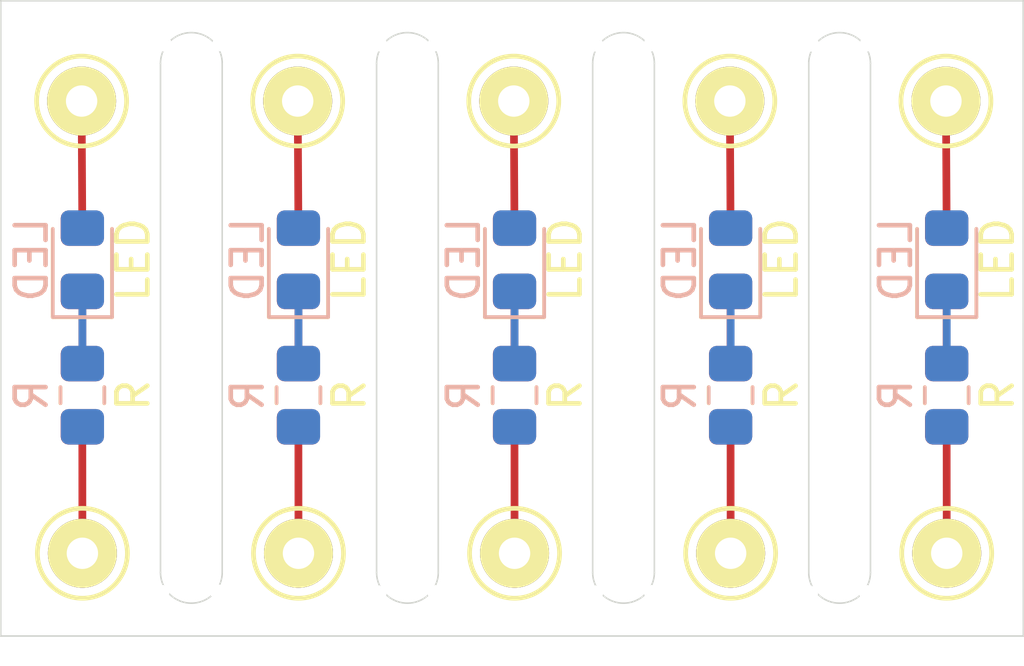
<source format=kicad_pcb>
(kicad_pcb (version 20171130) (host pcbnew 5.1.5-52549c5~84~ubuntu19.04.1)

  (general
    (thickness 1.6)
    (drawings 20)
    (tracks 20)
    (zones 0)
    (modules 62)
    (nets 4)
  )

  (page A4)
  (layers
    (0 F.Cu signal)
    (31 B.Cu signal)
    (32 B.Adhes user)
    (33 F.Adhes user)
    (34 B.Paste user)
    (35 F.Paste user)
    (36 B.SilkS user)
    (37 F.SilkS user)
    (38 B.Mask user)
    (39 F.Mask user)
    (40 Dwgs.User user)
    (41 Cmts.User user)
    (42 Eco1.User user)
    (43 Eco2.User user)
    (44 Edge.Cuts user)
    (45 Margin user)
    (46 B.CrtYd user)
    (47 F.CrtYd user)
    (48 B.Fab user)
    (49 F.Fab user)
  )

  (setup
    (last_trace_width 0.25)
    (trace_clearance 0.2)
    (zone_clearance 0.508)
    (zone_45_only no)
    (trace_min 0.2)
    (via_size 0.8)
    (via_drill 0.4)
    (via_min_size 0.4)
    (via_min_drill 0.3)
    (uvia_size 0.3)
    (uvia_drill 0.1)
    (uvias_allowed no)
    (uvia_min_size 0.2)
    (uvia_min_drill 0.1)
    (edge_width 0.05)
    (segment_width 0.2)
    (pcb_text_width 0.3)
    (pcb_text_size 1.5 1.5)
    (mod_edge_width 0.12)
    (mod_text_size 1 1)
    (mod_text_width 0.15)
    (pad_size 0.5 0.5)
    (pad_drill 0.5)
    (pad_to_mask_clearance 0.051)
    (solder_mask_min_width 0.25)
    (aux_axis_origin 0 0)
    (visible_elements FFFFFF7F)
    (pcbplotparams
      (layerselection 0x010fc_ffffffff)
      (usegerberextensions false)
      (usegerberattributes false)
      (usegerberadvancedattributes false)
      (creategerberjobfile false)
      (excludeedgelayer true)
      (linewidth 0.100000)
      (plotframeref false)
      (viasonmask false)
      (mode 1)
      (useauxorigin false)
      (hpglpennumber 1)
      (hpglpenspeed 20)
      (hpglpendiameter 15.000000)
      (psnegative false)
      (psa4output false)
      (plotreference true)
      (plotvalue true)
      (plotinvisibletext false)
      (padsonsilk false)
      (subtractmaskfromsilk false)
      (outputformat 1)
      (mirror false)
      (drillshape 1)
      (scaleselection 1)
      (outputdirectory ""))
  )

  (net 0 "")
  (net 1 +3V3)
  (net 2 "Net-(D1-Pad1)")
  (net 3 GND)

  (net_class Default "This is the default net class."
    (clearance 0.2)
    (trace_width 0.25)
    (via_dia 0.8)
    (via_drill 0.4)
    (uvia_dia 0.3)
    (uvia_drill 0.1)
    (add_net +3V3)
    (add_net GND)
    (add_net "Net-(D1-Pad1)")
  )

  (module Wickerlib:HOLE-UNPLATED-200MIL (layer F.Cu) (tedit 5E5F99E9) (tstamp 5E60C9B8)
    (at 8.3439 96.94926 180)
    (attr virtual)
    (fp_text reference V (at 0 -2) (layer F.SilkS) hide
      (effects (font (size 1.016 1.016) (thickness 0.1524)))
    )
    (fp_text value HOLE-PLATED-200MIL (at -2.1 2.88 90) (layer F.Fab) hide
      (effects (font (size 1 1) (thickness 0.15)))
    )
    (pad "" np_thru_hole circle (at 0.94996 1.19888 180) (size 0.5 0.5) (drill 0.5) (layers *.Cu *.Mask))
  )

  (module Wickerlib:HOLE-UNPLATED-200MIL (layer F.Cu) (tedit 5E5F99DB) (tstamp 5E60C9B4)
    (at 8.3312 96.04756 180)
    (attr virtual)
    (fp_text reference V (at 0 -2) (layer F.SilkS) hide
      (effects (font (size 1.016 1.016) (thickness 0.1524)))
    )
    (fp_text value HOLE-PLATED-200MIL (at -2.1 2.88 90) (layer F.Fab) hide
      (effects (font (size 1 1) (thickness 0.15)))
    )
    (pad "" np_thru_hole circle (at 0.94996 1.19888 180) (size 0.5 0.5) (drill 0.5) (layers *.Cu *.Mask))
  )

  (module Wickerlib:HOLE-UNPLATED-200MIL (layer F.Cu) (tedit 5E5F998E) (tstamp 5E60C9B0)
    (at 10.17016 96.03232 180)
    (attr virtual)
    (fp_text reference V (at 0 -2) (layer F.SilkS) hide
      (effects (font (size 1.016 1.016) (thickness 0.1524)))
    )
    (fp_text value HOLE-PLATED-200MIL (at -2.1 2.88 90) (layer F.Fab) hide
      (effects (font (size 1 1) (thickness 0.15)))
    )
    (pad "" np_thru_hole circle (at 0.94996 1.19888 180) (size 0.5 0.5) (drill 0.5) (layers *.Cu *.Mask))
  )

  (module Wickerlib:HOLE-UNPLATED-200MIL (layer F.Cu) (tedit 5E5F99E9) (tstamp 5E60C9AC)
    (at 10.17778 96.94164 180)
    (attr virtual)
    (fp_text reference V (at 0 -2) (layer F.SilkS) hide
      (effects (font (size 1.016 1.016) (thickness 0.1524)))
    )
    (fp_text value HOLE-PLATED-200MIL (at -2.1 2.88 90) (layer F.Fab) hide
      (effects (font (size 1 1) (thickness 0.15)))
    )
    (pad "" np_thru_hole circle (at 0.94996 1.19888 180) (size 0.5 0.5) (drill 0.5) (layers *.Cu *.Mask))
  )

  (module Wickerlib:HOLE-UNPLATED-200MIL (layer F.Cu) (tedit 5E5F998E) (tstamp 5E60C998)
    (at 3.20548 96.02724 180)
    (attr virtual)
    (fp_text reference V (at 0 -2) (layer F.SilkS) hide
      (effects (font (size 1.016 1.016) (thickness 0.1524)))
    )
    (fp_text value HOLE-PLATED-200MIL (at -2.1 2.88 90) (layer F.Fab) hide
      (effects (font (size 1 1) (thickness 0.15)))
    )
    (pad "" np_thru_hole circle (at 0.94996 1.19888 180) (size 0.5 0.5) (drill 0.5) (layers *.Cu *.Mask))
  )

  (module Wickerlib:HOLE-UNPLATED-200MIL (layer F.Cu) (tedit 5E5F99DB) (tstamp 5E60C994)
    (at 1.36652 96.04248 180)
    (attr virtual)
    (fp_text reference V (at 0 -2) (layer F.SilkS) hide
      (effects (font (size 1.016 1.016) (thickness 0.1524)))
    )
    (fp_text value HOLE-PLATED-200MIL (at -2.1 2.88 90) (layer F.Fab) hide
      (effects (font (size 1 1) (thickness 0.15)))
    )
    (pad "" np_thru_hole circle (at 0.94996 1.19888 180) (size 0.5 0.5) (drill 0.5) (layers *.Cu *.Mask))
  )

  (module Wickerlib:HOLE-UNPLATED-200MIL (layer F.Cu) (tedit 5E5F99E9) (tstamp 5E60C990)
    (at 1.37922 96.94418 180)
    (attr virtual)
    (fp_text reference V (at 0 -2) (layer F.SilkS) hide
      (effects (font (size 1.016 1.016) (thickness 0.1524)))
    )
    (fp_text value HOLE-PLATED-200MIL (at -2.1 2.88 90) (layer F.Fab) hide
      (effects (font (size 1 1) (thickness 0.15)))
    )
    (pad "" np_thru_hole circle (at 0.94996 1.19888 180) (size 0.5 0.5) (drill 0.5) (layers *.Cu *.Mask))
  )

  (module Wickerlib:HOLE-UNPLATED-200MIL (layer F.Cu) (tedit 5E5F99E9) (tstamp 5E60C98C)
    (at 3.2131 96.93656 180)
    (attr virtual)
    (fp_text reference V (at 0 -2) (layer F.SilkS) hide
      (effects (font (size 1.016 1.016) (thickness 0.1524)))
    )
    (fp_text value HOLE-PLATED-200MIL (at -2.1 2.88 90) (layer F.Fab) hide
      (effects (font (size 1 1) (thickness 0.15)))
    )
    (pad "" np_thru_hole circle (at 0.94996 1.19888 180) (size 0.5 0.5) (drill 0.5) (layers *.Cu *.Mask))
  )

  (module Wickerlib:HOLE-UNPLATED-200MIL (layer F.Cu) (tedit 5E5F99E9) (tstamp 5E60C957)
    (at -3.79984 96.9391 180)
    (attr virtual)
    (fp_text reference V (at 0 -2) (layer F.SilkS) hide
      (effects (font (size 1.016 1.016) (thickness 0.1524)))
    )
    (fp_text value HOLE-PLATED-200MIL (at -2.1 2.88 90) (layer F.Fab) hide
      (effects (font (size 1 1) (thickness 0.15)))
    )
    (pad "" np_thru_hole circle (at 0.94996 1.19888 180) (size 0.5 0.5) (drill 0.5) (layers *.Cu *.Mask))
  )

  (module Wickerlib:HOLE-UNPLATED-200MIL (layer F.Cu) (tedit 5E5F99E9) (tstamp 5E60C953)
    (at -5.63372 96.94672 180)
    (attr virtual)
    (fp_text reference V (at 0 -2) (layer F.SilkS) hide
      (effects (font (size 1.016 1.016) (thickness 0.1524)))
    )
    (fp_text value HOLE-PLATED-200MIL (at -2.1 2.88 90) (layer F.Fab) hide
      (effects (font (size 1 1) (thickness 0.15)))
    )
    (pad "" np_thru_hole circle (at 0.94996 1.19888 180) (size 0.5 0.5) (drill 0.5) (layers *.Cu *.Mask))
  )

  (module Wickerlib:HOLE-UNPLATED-200MIL (layer F.Cu) (tedit 5E5F99DB) (tstamp 5E60C94F)
    (at -5.64642 96.04502 180)
    (attr virtual)
    (fp_text reference V (at 0 -2) (layer F.SilkS) hide
      (effects (font (size 1.016 1.016) (thickness 0.1524)))
    )
    (fp_text value HOLE-PLATED-200MIL (at -2.1 2.88 90) (layer F.Fab) hide
      (effects (font (size 1 1) (thickness 0.15)))
    )
    (pad "" np_thru_hole circle (at 0.94996 1.19888 180) (size 0.5 0.5) (drill 0.5) (layers *.Cu *.Mask))
  )

  (module Wickerlib:HOLE-UNPLATED-200MIL (layer F.Cu) (tedit 5E5F998E) (tstamp 5E60C94B)
    (at -3.80746 96.02978 180)
    (attr virtual)
    (fp_text reference V (at 0 -2) (layer F.SilkS) hide
      (effects (font (size 1.016 1.016) (thickness 0.1524)))
    )
    (fp_text value HOLE-PLATED-200MIL (at -2.1 2.88 90) (layer F.Fab) hide
      (effects (font (size 1 1) (thickness 0.15)))
    )
    (pad "" np_thru_hole circle (at 0.94996 1.19888 180) (size 0.5 0.5) (drill 0.5) (layers *.Cu *.Mask))
  )

  (module Wickerlib:HOLE-UNPLATED-200MIL (layer F.Cu) (tedit 5E5F99E9) (tstamp 5E60C927)
    (at 10.19556 78.22692 180)
    (attr virtual)
    (fp_text reference V (at 0 -2) (layer F.SilkS) hide
      (effects (font (size 1.016 1.016) (thickness 0.1524)))
    )
    (fp_text value HOLE-PLATED-200MIL (at -2.1 2.88 90) (layer F.Fab) hide
      (effects (font (size 1 1) (thickness 0.15)))
    )
    (pad "" np_thru_hole circle (at 0.94996 1.19888 180) (size 0.5 0.5) (drill 0.5) (layers *.Cu *.Mask))
  )

  (module Wickerlib:HOLE-UNPLATED-200MIL (layer F.Cu) (tedit 5E5F99E9) (tstamp 5E60C923)
    (at 8.36168 78.23454 180)
    (attr virtual)
    (fp_text reference V (at 0 -2) (layer F.SilkS) hide
      (effects (font (size 1.016 1.016) (thickness 0.1524)))
    )
    (fp_text value HOLE-PLATED-200MIL (at -2.1 2.88 90) (layer F.Fab) hide
      (effects (font (size 1 1) (thickness 0.15)))
    )
    (pad "" np_thru_hole circle (at 0.94996 1.19888 180) (size 0.5 0.5) (drill 0.5) (layers *.Cu *.Mask))
  )

  (module Wickerlib:HOLE-UNPLATED-200MIL (layer F.Cu) (tedit 5E5F99DB) (tstamp 5E60C91F)
    (at 8.34898 77.33284 180)
    (attr virtual)
    (fp_text reference V (at 0 -2) (layer F.SilkS) hide
      (effects (font (size 1.016 1.016) (thickness 0.1524)))
    )
    (fp_text value HOLE-PLATED-200MIL (at -2.1 2.88 90) (layer F.Fab) hide
      (effects (font (size 1 1) (thickness 0.15)))
    )
    (pad "" np_thru_hole circle (at 0.94996 1.19888 180) (size 0.5 0.5) (drill 0.5) (layers *.Cu *.Mask))
  )

  (module Wickerlib:HOLE-UNPLATED-200MIL (layer F.Cu) (tedit 5E5F998E) (tstamp 5E60C91B)
    (at 10.18794 77.3176 180)
    (attr virtual)
    (fp_text reference V (at 0 -2) (layer F.SilkS) hide
      (effects (font (size 1.016 1.016) (thickness 0.1524)))
    )
    (fp_text value HOLE-PLATED-200MIL (at -2.1 2.88 90) (layer F.Fab) hide
      (effects (font (size 1 1) (thickness 0.15)))
    )
    (pad "" np_thru_hole circle (at 0.94996 1.19888 180) (size 0.5 0.5) (drill 0.5) (layers *.Cu *.Mask))
  )

  (module Wickerlib:HOLE-UNPLATED-200MIL (layer F.Cu) (tedit 5E5F99E9) (tstamp 5E60C907)
    (at 1.36398 78.232 180)
    (attr virtual)
    (fp_text reference V (at 0 -2) (layer F.SilkS) hide
      (effects (font (size 1.016 1.016) (thickness 0.1524)))
    )
    (fp_text value HOLE-PLATED-200MIL (at -2.1 2.88 90) (layer F.Fab) hide
      (effects (font (size 1 1) (thickness 0.15)))
    )
    (pad "" np_thru_hole circle (at 0.94996 1.19888 180) (size 0.5 0.5) (drill 0.5) (layers *.Cu *.Mask))
  )

  (module Wickerlib:HOLE-UNPLATED-200MIL (layer F.Cu) (tedit 5E5F99E9) (tstamp 5E60C903)
    (at 3.19786 78.22438 180)
    (attr virtual)
    (fp_text reference V (at 0 -2) (layer F.SilkS) hide
      (effects (font (size 1.016 1.016) (thickness 0.1524)))
    )
    (fp_text value HOLE-PLATED-200MIL (at -2.1 2.88 90) (layer F.Fab) hide
      (effects (font (size 1 1) (thickness 0.15)))
    )
    (pad "" np_thru_hole circle (at 0.94996 1.19888 180) (size 0.5 0.5) (drill 0.5) (layers *.Cu *.Mask))
  )

  (module Wickerlib:HOLE-UNPLATED-200MIL (layer F.Cu) (tedit 5E5F99DB) (tstamp 5E60C8FF)
    (at 1.35128 77.3303 180)
    (attr virtual)
    (fp_text reference V (at 0 -2) (layer F.SilkS) hide
      (effects (font (size 1.016 1.016) (thickness 0.1524)))
    )
    (fp_text value HOLE-PLATED-200MIL (at -2.1 2.88 90) (layer F.Fab) hide
      (effects (font (size 1 1) (thickness 0.15)))
    )
    (pad "" np_thru_hole circle (at 0.94996 1.19888 180) (size 0.5 0.5) (drill 0.5) (layers *.Cu *.Mask))
  )

  (module Wickerlib:HOLE-UNPLATED-200MIL (layer F.Cu) (tedit 5E5F998E) (tstamp 5E60C8FB)
    (at 3.19024 77.31506 180)
    (attr virtual)
    (fp_text reference V (at 0 -2) (layer F.SilkS) hide
      (effects (font (size 1.016 1.016) (thickness 0.1524)))
    )
    (fp_text value HOLE-PLATED-200MIL (at -2.1 2.88 90) (layer F.Fab) hide
      (effects (font (size 1 1) (thickness 0.15)))
    )
    (pad "" np_thru_hole circle (at 0.94996 1.19888 180) (size 0.5 0.5) (drill 0.5) (layers *.Cu *.Mask))
  )

  (module Wickerlib:HOLE-UNPLATED-200MIL (layer F.Cu) (tedit 5E5F99E9) (tstamp 5E60C8E7)
    (at -5.63372 78.22692 180)
    (attr virtual)
    (fp_text reference V (at 0 -2) (layer F.SilkS) hide
      (effects (font (size 1.016 1.016) (thickness 0.1524)))
    )
    (fp_text value HOLE-PLATED-200MIL (at -2.1 2.88 90) (layer F.Fab) hide
      (effects (font (size 1 1) (thickness 0.15)))
    )
    (pad "" np_thru_hole circle (at 0.94996 1.19888 180) (size 0.5 0.5) (drill 0.5) (layers *.Cu *.Mask))
  )

  (module Wickerlib:HOLE-UNPLATED-200MIL (layer F.Cu) (tedit 5E5F99E9) (tstamp 5E60C8E3)
    (at -3.79984 78.2193 180)
    (attr virtual)
    (fp_text reference V (at 0 -2) (layer F.SilkS) hide
      (effects (font (size 1.016 1.016) (thickness 0.1524)))
    )
    (fp_text value HOLE-PLATED-200MIL (at -2.1 2.88 90) (layer F.Fab) hide
      (effects (font (size 1 1) (thickness 0.15)))
    )
    (pad "" np_thru_hole circle (at 0.94996 1.19888 180) (size 0.5 0.5) (drill 0.5) (layers *.Cu *.Mask))
  )

  (module Wickerlib:HOLE-UNPLATED-200MIL (layer F.Cu) (tedit 5E5F998E) (tstamp 5E60C8DF)
    (at -3.80746 77.30998 180)
    (attr virtual)
    (fp_text reference V (at 0 -2) (layer F.SilkS) hide
      (effects (font (size 1.016 1.016) (thickness 0.1524)))
    )
    (fp_text value HOLE-PLATED-200MIL (at -2.1 2.88 90) (layer F.Fab) hide
      (effects (font (size 1 1) (thickness 0.15)))
    )
    (pad "" np_thru_hole circle (at 0.94996 1.19888 180) (size 0.5 0.5) (drill 0.5) (layers *.Cu *.Mask))
  )

  (module Wickerlib:HOLE-UNPLATED-200MIL (layer F.Cu) (tedit 5E5F99DB) (tstamp 5E60C8DB)
    (at -5.64642 77.32522 180)
    (attr virtual)
    (fp_text reference V (at 0 -2) (layer F.SilkS) hide
      (effects (font (size 1.016 1.016) (thickness 0.1524)))
    )
    (fp_text value HOLE-PLATED-200MIL (at -2.1 2.88 90) (layer F.Fab) hide
      (effects (font (size 1 1) (thickness 0.15)))
    )
    (pad "" np_thru_hole circle (at 0.94996 1.19888 180) (size 0.5 0.5) (drill 0.5) (layers *.Cu *.Mask))
  )

  (module Wickerlib:HOLE-UNPLATED-200MIL (layer F.Cu) (tedit 5E5F99E9) (tstamp 5E60C881)
    (at -12.61364 78.22692 180)
    (attr virtual)
    (fp_text reference V (at 0 -2) (layer F.SilkS) hide
      (effects (font (size 1.016 1.016) (thickness 0.1524)))
    )
    (fp_text value HOLE-PLATED-200MIL (at -2.1 2.88 90) (layer F.Fab) hide
      (effects (font (size 1 1) (thickness 0.15)))
    )
    (pad "" np_thru_hole circle (at 0.94996 1.19888 180) (size 0.5 0.5) (drill 0.5) (layers *.Cu *.Mask))
  )

  (module Wickerlib:HOLE-UNPLATED-200MIL (layer F.Cu) (tedit 5E5F998E) (tstamp 5E60C87C)
    (at -10.78738 77.30998 180)
    (attr virtual)
    (fp_text reference V (at 0 -2) (layer F.SilkS) hide
      (effects (font (size 1.016 1.016) (thickness 0.1524)))
    )
    (fp_text value HOLE-PLATED-200MIL (at -2.1 2.88 90) (layer F.Fab) hide
      (effects (font (size 1 1) (thickness 0.15)))
    )
    (pad "" np_thru_hole circle (at 0.94996 1.19888 180) (size 0.5 0.5) (drill 0.5) (layers *.Cu *.Mask))
  )

  (module Wickerlib:HOLE-UNPLATED-200MIL (layer F.Cu) (tedit 5E5F99DB) (tstamp 5E60C878)
    (at -12.62634 77.32522 180)
    (attr virtual)
    (fp_text reference V (at 0 -2) (layer F.SilkS) hide
      (effects (font (size 1.016 1.016) (thickness 0.1524)))
    )
    (fp_text value HOLE-PLATED-200MIL (at -2.1 2.88 90) (layer F.Fab) hide
      (effects (font (size 1 1) (thickness 0.15)))
    )
    (pad "" np_thru_hole circle (at 0.94996 1.19888 180) (size 0.5 0.5) (drill 0.5) (layers *.Cu *.Mask))
  )

  (module Wickerlib:HOLE-UNPLATED-200MIL (layer F.Cu) (tedit 5E5F99E9) (tstamp 5E60C874)
    (at -10.77976 78.2193 180)
    (attr virtual)
    (fp_text reference V (at 0 -2) (layer F.SilkS) hide
      (effects (font (size 1.016 1.016) (thickness 0.1524)))
    )
    (fp_text value HOLE-PLATED-200MIL (at -2.1 2.88 90) (layer F.Fab) hide
      (effects (font (size 1 1) (thickness 0.15)))
    )
    (pad "" np_thru_hole circle (at 0.94996 1.19888 180) (size 0.5 0.5) (drill 0.5) (layers *.Cu *.Mask))
  )

  (module Wickerlib:HOLE-UNPLATED-200MIL (layer F.Cu) (tedit 5E5F99E9) (tstamp 5E60C76A)
    (at -12.74572 93.61424)
    (attr virtual)
    (fp_text reference V (at 0 -2) (layer F.SilkS) hide
      (effects (font (size 1.016 1.016) (thickness 0.1524)))
    )
    (fp_text value HOLE-PLATED-200MIL (at -2.1 2.88 90) (layer F.Fab) hide
      (effects (font (size 1 1) (thickness 0.15)))
    )
    (pad "" np_thru_hole circle (at 0.94996 1.19888) (size 0.5 0.5) (drill 0.5) (layers *.Cu *.Mask))
  )

  (module Resistor_SMD:R_0805_2012Metric_Pad1.15x1.40mm_HandSolder (layer B.Cu) (tedit 5B36C52B) (tstamp 5E5FDBED)
    (at -2.19408 88.41994 90)
    (descr "Resistor SMD 0805 (2012 Metric), square (rectangular) end terminal, IPC_7351 nominal with elongated pad for handsoldering. (Body size source: https://docs.google.com/spreadsheets/d/1BsfQQcO9C6DZCsRaXUlFlo91Tg2WpOkGARC1WS5S8t0/edit?usp=sharing), generated with kicad-footprint-generator")
    (tags "resistor handsolder")
    (path /5E53AE71)
    (attr smd)
    (fp_text reference R1 (at 0 1.65 270) (layer B.SilkS) hide
      (effects (font (size 1 1) (thickness 0.15)) (justify mirror))
    )
    (fp_text value R (at 0 -1.65 270) (layer B.SilkS)
      (effects (font (size 1 1) (thickness 0.15)) (justify mirror))
    )
    (fp_line (start -1 -0.6) (end -1 0.6) (layer B.Fab) (width 0.1))
    (fp_line (start -1 0.6) (end 1 0.6) (layer B.Fab) (width 0.1))
    (fp_line (start 1 0.6) (end 1 -0.6) (layer B.Fab) (width 0.1))
    (fp_line (start 1 -0.6) (end -1 -0.6) (layer B.Fab) (width 0.1))
    (fp_line (start -0.261252 0.71) (end 0.261252 0.71) (layer B.SilkS) (width 0.12))
    (fp_line (start -0.261252 -0.71) (end 0.261252 -0.71) (layer B.SilkS) (width 0.12))
    (fp_line (start -1.85 -0.95) (end -1.85 0.95) (layer B.CrtYd) (width 0.05))
    (fp_line (start -1.85 0.95) (end 1.85 0.95) (layer B.CrtYd) (width 0.05))
    (fp_line (start 1.85 0.95) (end 1.85 -0.95) (layer B.CrtYd) (width 0.05))
    (fp_line (start 1.85 -0.95) (end -1.85 -0.95) (layer B.CrtYd) (width 0.05))
    (fp_text user %R (at 0 0 270) (layer B.Fab)
      (effects (font (size 0.5 0.5) (thickness 0.08)) (justify mirror))
    )
    (pad 1 smd roundrect (at -1.025 0 90) (size 1.15 1.4) (layers B.Cu B.Paste B.Mask) (roundrect_rratio 0.217391)
      (net 3 GND))
    (pad 2 smd roundrect (at 1.025 0 90) (size 1.15 1.4) (layers B.Cu B.Paste B.Mask) (roundrect_rratio 0.217391)
      (net 2 "Net-(D1-Pad1)"))
    (model ${KISYS3DMOD}/Resistor_SMD.3dshapes/R_0805_2012Metric.wrl
      (at (xyz 0 0 0))
      (scale (xyz 1 1 1))
      (rotate (xyz 0 0 0))
    )
  )

  (module Diode_SMD:D_0805_2012Metric_Pad1.15x1.40mm_HandSolder (layer B.Cu) (tedit 5B4B45C8) (tstamp 5E5FDBDB)
    (at -16.19408 84.02828 90)
    (descr "Diode SMD 0805 (2012 Metric), square (rectangular) end terminal, IPC_7351 nominal, (Body size source: https://docs.google.com/spreadsheets/d/1BsfQQcO9C6DZCsRaXUlFlo91Tg2WpOkGARC1WS5S8t0/edit?usp=sharing), generated with kicad-footprint-generator")
    (tags "diode handsolder")
    (path /5E53AE67)
    (attr smd)
    (fp_text reference D1 (at 0 1.65 270) (layer B.SilkS) hide
      (effects (font (size 1 1) (thickness 0.15)) (justify mirror))
    )
    (fp_text value LED (at 0 -1.65 270) (layer B.SilkS)
      (effects (font (size 1 1) (thickness 0.15)) (justify mirror))
    )
    (fp_line (start 1 0.6) (end -0.7 0.6) (layer B.Fab) (width 0.1))
    (fp_line (start -0.7 0.6) (end -1 0.3) (layer B.Fab) (width 0.1))
    (fp_line (start -1 0.3) (end -1 -0.6) (layer B.Fab) (width 0.1))
    (fp_line (start -1 -0.6) (end 1 -0.6) (layer B.Fab) (width 0.1))
    (fp_line (start 1 -0.6) (end 1 0.6) (layer B.Fab) (width 0.1))
    (fp_line (start 1 0.96) (end -1.86 0.96) (layer B.SilkS) (width 0.12))
    (fp_line (start -1.86 0.96) (end -1.86 -0.96) (layer B.SilkS) (width 0.12))
    (fp_line (start -1.86 -0.96) (end 1 -0.96) (layer B.SilkS) (width 0.12))
    (fp_line (start -1.85 -0.95) (end -1.85 0.95) (layer B.CrtYd) (width 0.05))
    (fp_line (start -1.85 0.95) (end 1.85 0.95) (layer B.CrtYd) (width 0.05))
    (fp_line (start 1.85 0.95) (end 1.85 -0.95) (layer B.CrtYd) (width 0.05))
    (fp_line (start 1.85 -0.95) (end -1.85 -0.95) (layer B.CrtYd) (width 0.05))
    (fp_text user %R (at 0 0 270) (layer B.Fab)
      (effects (font (size 0.5 0.5) (thickness 0.08)) (justify mirror))
    )
    (pad 1 smd roundrect (at -1.025 0 90) (size 1.15 1.4) (layers B.Cu B.Paste B.Mask) (roundrect_rratio 0.217391)
      (net 2 "Net-(D1-Pad1)"))
    (pad 2 smd roundrect (at 1.025 0 90) (size 1.15 1.4) (layers B.Cu B.Paste B.Mask) (roundrect_rratio 0.217391)
      (net 1 +3V3))
    (model ${KISYS3DMOD}/Diode_SMD.3dshapes/D_0805_2012Metric.wrl
      (at (xyz 0 0 0))
      (scale (xyz 1 1 1))
      (rotate (xyz 0 0 0))
    )
  )

  (module Diode_SMD:D_0805_2012Metric_Pad1.15x1.40mm_HandSolder (layer B.Cu) (tedit 5B4B45C8) (tstamp 5E5FDBC5)
    (at -2.19408 84.02828 90)
    (descr "Diode SMD 0805 (2012 Metric), square (rectangular) end terminal, IPC_7351 nominal, (Body size source: https://docs.google.com/spreadsheets/d/1BsfQQcO9C6DZCsRaXUlFlo91Tg2WpOkGARC1WS5S8t0/edit?usp=sharing), generated with kicad-footprint-generator")
    (tags "diode handsolder")
    (path /5E53AE67)
    (attr smd)
    (fp_text reference D1 (at 0 1.65 270) (layer B.SilkS) hide
      (effects (font (size 1 1) (thickness 0.15)) (justify mirror))
    )
    (fp_text value LED (at 0 -1.65 270) (layer B.SilkS)
      (effects (font (size 1 1) (thickness 0.15)) (justify mirror))
    )
    (fp_line (start 1 0.6) (end -0.7 0.6) (layer B.Fab) (width 0.1))
    (fp_line (start -0.7 0.6) (end -1 0.3) (layer B.Fab) (width 0.1))
    (fp_line (start -1 0.3) (end -1 -0.6) (layer B.Fab) (width 0.1))
    (fp_line (start -1 -0.6) (end 1 -0.6) (layer B.Fab) (width 0.1))
    (fp_line (start 1 -0.6) (end 1 0.6) (layer B.Fab) (width 0.1))
    (fp_line (start 1 0.96) (end -1.86 0.96) (layer B.SilkS) (width 0.12))
    (fp_line (start -1.86 0.96) (end -1.86 -0.96) (layer B.SilkS) (width 0.12))
    (fp_line (start -1.86 -0.96) (end 1 -0.96) (layer B.SilkS) (width 0.12))
    (fp_line (start -1.85 -0.95) (end -1.85 0.95) (layer B.CrtYd) (width 0.05))
    (fp_line (start -1.85 0.95) (end 1.85 0.95) (layer B.CrtYd) (width 0.05))
    (fp_line (start 1.85 0.95) (end 1.85 -0.95) (layer B.CrtYd) (width 0.05))
    (fp_line (start 1.85 -0.95) (end -1.85 -0.95) (layer B.CrtYd) (width 0.05))
    (fp_text user %R (at 0 0 270) (layer B.Fab)
      (effects (font (size 0.5 0.5) (thickness 0.08)) (justify mirror))
    )
    (pad 1 smd roundrect (at -1.025 0 90) (size 1.15 1.4) (layers B.Cu B.Paste B.Mask) (roundrect_rratio 0.217391)
      (net 2 "Net-(D1-Pad1)"))
    (pad 2 smd roundrect (at 1.025 0 90) (size 1.15 1.4) (layers B.Cu B.Paste B.Mask) (roundrect_rratio 0.217391)
      (net 1 +3V3))
    (model ${KISYS3DMOD}/Diode_SMD.3dshapes/D_0805_2012Metric.wrl
      (at (xyz 0 0 0))
      (scale (xyz 1 1 1))
      (rotate (xyz 0 0 0))
    )
  )

  (module Diode_SMD:D_0805_2012Metric_Pad1.15x1.40mm_HandSolder (layer B.Cu) (tedit 5B4B45C8) (tstamp 5E5FDBB3)
    (at -9.19408 84.02828 90)
    (descr "Diode SMD 0805 (2012 Metric), square (rectangular) end terminal, IPC_7351 nominal, (Body size source: https://docs.google.com/spreadsheets/d/1BsfQQcO9C6DZCsRaXUlFlo91Tg2WpOkGARC1WS5S8t0/edit?usp=sharing), generated with kicad-footprint-generator")
    (tags "diode handsolder")
    (path /5E53AE67)
    (attr smd)
    (fp_text reference D1 (at 0 1.65 270) (layer B.SilkS) hide
      (effects (font (size 1 1) (thickness 0.15)) (justify mirror))
    )
    (fp_text value LED (at 0 -1.65 270) (layer B.SilkS)
      (effects (font (size 1 1) (thickness 0.15)) (justify mirror))
    )
    (fp_line (start 1 0.6) (end -0.7 0.6) (layer B.Fab) (width 0.1))
    (fp_line (start -0.7 0.6) (end -1 0.3) (layer B.Fab) (width 0.1))
    (fp_line (start -1 0.3) (end -1 -0.6) (layer B.Fab) (width 0.1))
    (fp_line (start -1 -0.6) (end 1 -0.6) (layer B.Fab) (width 0.1))
    (fp_line (start 1 -0.6) (end 1 0.6) (layer B.Fab) (width 0.1))
    (fp_line (start 1 0.96) (end -1.86 0.96) (layer B.SilkS) (width 0.12))
    (fp_line (start -1.86 0.96) (end -1.86 -0.96) (layer B.SilkS) (width 0.12))
    (fp_line (start -1.86 -0.96) (end 1 -0.96) (layer B.SilkS) (width 0.12))
    (fp_line (start -1.85 -0.95) (end -1.85 0.95) (layer B.CrtYd) (width 0.05))
    (fp_line (start -1.85 0.95) (end 1.85 0.95) (layer B.CrtYd) (width 0.05))
    (fp_line (start 1.85 0.95) (end 1.85 -0.95) (layer B.CrtYd) (width 0.05))
    (fp_line (start 1.85 -0.95) (end -1.85 -0.95) (layer B.CrtYd) (width 0.05))
    (fp_text user %R (at 0 0 270) (layer B.Fab)
      (effects (font (size 0.5 0.5) (thickness 0.08)) (justify mirror))
    )
    (pad 1 smd roundrect (at -1.025 0 90) (size 1.15 1.4) (layers B.Cu B.Paste B.Mask) (roundrect_rratio 0.217391)
      (net 2 "Net-(D1-Pad1)"))
    (pad 2 smd roundrect (at 1.025 0 90) (size 1.15 1.4) (layers B.Cu B.Paste B.Mask) (roundrect_rratio 0.217391)
      (net 1 +3V3))
    (model ${KISYS3DMOD}/Diode_SMD.3dshapes/D_0805_2012Metric.wrl
      (at (xyz 0 0 0))
      (scale (xyz 1 1 1))
      (rotate (xyz 0 0 0))
    )
  )

  (module Resistor_SMD:R_0805_2012Metric_Pad1.15x1.40mm_HandSolder (layer B.Cu) (tedit 5B36C52B) (tstamp 5E5FDBA3)
    (at -16.19408 88.41994 90)
    (descr "Resistor SMD 0805 (2012 Metric), square (rectangular) end terminal, IPC_7351 nominal with elongated pad for handsoldering. (Body size source: https://docs.google.com/spreadsheets/d/1BsfQQcO9C6DZCsRaXUlFlo91Tg2WpOkGARC1WS5S8t0/edit?usp=sharing), generated with kicad-footprint-generator")
    (tags "resistor handsolder")
    (path /5E53AE71)
    (attr smd)
    (fp_text reference R1 (at 0 1.65 270) (layer B.SilkS) hide
      (effects (font (size 1 1) (thickness 0.15)) (justify mirror))
    )
    (fp_text value R (at 0 -1.65 270) (layer B.SilkS)
      (effects (font (size 1 1) (thickness 0.15)) (justify mirror))
    )
    (fp_line (start -1 -0.6) (end -1 0.6) (layer B.Fab) (width 0.1))
    (fp_line (start -1 0.6) (end 1 0.6) (layer B.Fab) (width 0.1))
    (fp_line (start 1 0.6) (end 1 -0.6) (layer B.Fab) (width 0.1))
    (fp_line (start 1 -0.6) (end -1 -0.6) (layer B.Fab) (width 0.1))
    (fp_line (start -0.261252 0.71) (end 0.261252 0.71) (layer B.SilkS) (width 0.12))
    (fp_line (start -0.261252 -0.71) (end 0.261252 -0.71) (layer B.SilkS) (width 0.12))
    (fp_line (start -1.85 -0.95) (end -1.85 0.95) (layer B.CrtYd) (width 0.05))
    (fp_line (start -1.85 0.95) (end 1.85 0.95) (layer B.CrtYd) (width 0.05))
    (fp_line (start 1.85 0.95) (end 1.85 -0.95) (layer B.CrtYd) (width 0.05))
    (fp_line (start 1.85 -0.95) (end -1.85 -0.95) (layer B.CrtYd) (width 0.05))
    (fp_text user %R (at 0 0 270) (layer B.Fab)
      (effects (font (size 0.5 0.5) (thickness 0.08)) (justify mirror))
    )
    (pad 1 smd roundrect (at -1.025 0 90) (size 1.15 1.4) (layers B.Cu B.Paste B.Mask) (roundrect_rratio 0.217391)
      (net 3 GND))
    (pad 2 smd roundrect (at 1.025 0 90) (size 1.15 1.4) (layers B.Cu B.Paste B.Mask) (roundrect_rratio 0.217391)
      (net 2 "Net-(D1-Pad1)"))
    (model ${KISYS3DMOD}/Resistor_SMD.3dshapes/R_0805_2012Metric.wrl
      (at (xyz 0 0 0))
      (scale (xyz 1 1 1))
      (rotate (xyz 0 0 0))
    )
  )

  (module Resistor_SMD:R_0805_2012Metric_Pad1.15x1.40mm_HandSolder (layer B.Cu) (tedit 5B36C52B) (tstamp 5E5FDB92)
    (at -9.19408 88.41994 90)
    (descr "Resistor SMD 0805 (2012 Metric), square (rectangular) end terminal, IPC_7351 nominal with elongated pad for handsoldering. (Body size source: https://docs.google.com/spreadsheets/d/1BsfQQcO9C6DZCsRaXUlFlo91Tg2WpOkGARC1WS5S8t0/edit?usp=sharing), generated with kicad-footprint-generator")
    (tags "resistor handsolder")
    (path /5E53AE71)
    (attr smd)
    (fp_text reference R1 (at 0 1.65 270) (layer B.SilkS) hide
      (effects (font (size 1 1) (thickness 0.15)) (justify mirror))
    )
    (fp_text value R (at 0 -1.65 270) (layer B.SilkS)
      (effects (font (size 1 1) (thickness 0.15)) (justify mirror))
    )
    (fp_line (start -1 -0.6) (end -1 0.6) (layer B.Fab) (width 0.1))
    (fp_line (start -1 0.6) (end 1 0.6) (layer B.Fab) (width 0.1))
    (fp_line (start 1 0.6) (end 1 -0.6) (layer B.Fab) (width 0.1))
    (fp_line (start 1 -0.6) (end -1 -0.6) (layer B.Fab) (width 0.1))
    (fp_line (start -0.261252 0.71) (end 0.261252 0.71) (layer B.SilkS) (width 0.12))
    (fp_line (start -0.261252 -0.71) (end 0.261252 -0.71) (layer B.SilkS) (width 0.12))
    (fp_line (start -1.85 -0.95) (end -1.85 0.95) (layer B.CrtYd) (width 0.05))
    (fp_line (start -1.85 0.95) (end 1.85 0.95) (layer B.CrtYd) (width 0.05))
    (fp_line (start 1.85 0.95) (end 1.85 -0.95) (layer B.CrtYd) (width 0.05))
    (fp_line (start 1.85 -0.95) (end -1.85 -0.95) (layer B.CrtYd) (width 0.05))
    (fp_text user %R (at 0 0 270) (layer B.Fab)
      (effects (font (size 0.5 0.5) (thickness 0.08)) (justify mirror))
    )
    (pad 1 smd roundrect (at -1.025 0 90) (size 1.15 1.4) (layers B.Cu B.Paste B.Mask) (roundrect_rratio 0.217391)
      (net 3 GND))
    (pad 2 smd roundrect (at 1.025 0 90) (size 1.15 1.4) (layers B.Cu B.Paste B.Mask) (roundrect_rratio 0.217391)
      (net 2 "Net-(D1-Pad1)"))
    (model ${KISYS3DMOD}/Resistor_SMD.3dshapes/R_0805_2012Metric.wrl
      (at (xyz 0 0 0))
      (scale (xyz 1 1 1))
      (rotate (xyz 0 0 0))
    )
  )

  (module Diode_SMD:D_0805_2012Metric_Pad1.15x1.40mm_HandSolder (layer B.Cu) (tedit 5B4B45C8) (tstamp 5E5FDB80)
    (at 4.80592 84.02828 90)
    (descr "Diode SMD 0805 (2012 Metric), square (rectangular) end terminal, IPC_7351 nominal, (Body size source: https://docs.google.com/spreadsheets/d/1BsfQQcO9C6DZCsRaXUlFlo91Tg2WpOkGARC1WS5S8t0/edit?usp=sharing), generated with kicad-footprint-generator")
    (tags "diode handsolder")
    (path /5E53AE67)
    (attr smd)
    (fp_text reference D1 (at 0 1.65 270) (layer B.SilkS) hide
      (effects (font (size 1 1) (thickness 0.15)) (justify mirror))
    )
    (fp_text value LED (at 0 -1.65 270) (layer B.SilkS)
      (effects (font (size 1 1) (thickness 0.15)) (justify mirror))
    )
    (fp_line (start 1 0.6) (end -0.7 0.6) (layer B.Fab) (width 0.1))
    (fp_line (start -0.7 0.6) (end -1 0.3) (layer B.Fab) (width 0.1))
    (fp_line (start -1 0.3) (end -1 -0.6) (layer B.Fab) (width 0.1))
    (fp_line (start -1 -0.6) (end 1 -0.6) (layer B.Fab) (width 0.1))
    (fp_line (start 1 -0.6) (end 1 0.6) (layer B.Fab) (width 0.1))
    (fp_line (start 1 0.96) (end -1.86 0.96) (layer B.SilkS) (width 0.12))
    (fp_line (start -1.86 0.96) (end -1.86 -0.96) (layer B.SilkS) (width 0.12))
    (fp_line (start -1.86 -0.96) (end 1 -0.96) (layer B.SilkS) (width 0.12))
    (fp_line (start -1.85 -0.95) (end -1.85 0.95) (layer B.CrtYd) (width 0.05))
    (fp_line (start -1.85 0.95) (end 1.85 0.95) (layer B.CrtYd) (width 0.05))
    (fp_line (start 1.85 0.95) (end 1.85 -0.95) (layer B.CrtYd) (width 0.05))
    (fp_line (start 1.85 -0.95) (end -1.85 -0.95) (layer B.CrtYd) (width 0.05))
    (fp_text user %R (at 0 0 270) (layer B.Fab)
      (effects (font (size 0.5 0.5) (thickness 0.08)) (justify mirror))
    )
    (pad 1 smd roundrect (at -1.025 0 90) (size 1.15 1.4) (layers B.Cu B.Paste B.Mask) (roundrect_rratio 0.217391)
      (net 2 "Net-(D1-Pad1)"))
    (pad 2 smd roundrect (at 1.025 0 90) (size 1.15 1.4) (layers B.Cu B.Paste B.Mask) (roundrect_rratio 0.217391)
      (net 1 +3V3))
    (model ${KISYS3DMOD}/Diode_SMD.3dshapes/D_0805_2012Metric.wrl
      (at (xyz 0 0 0))
      (scale (xyz 1 1 1))
      (rotate (xyz 0 0 0))
    )
  )

  (module Resistor_SMD:R_0805_2012Metric_Pad1.15x1.40mm_HandSolder (layer B.Cu) (tedit 5B36C52B) (tstamp 5E5FDB70)
    (at 4.80592 88.41994 90)
    (descr "Resistor SMD 0805 (2012 Metric), square (rectangular) end terminal, IPC_7351 nominal with elongated pad for handsoldering. (Body size source: https://docs.google.com/spreadsheets/d/1BsfQQcO9C6DZCsRaXUlFlo91Tg2WpOkGARC1WS5S8t0/edit?usp=sharing), generated with kicad-footprint-generator")
    (tags "resistor handsolder")
    (path /5E53AE71)
    (attr smd)
    (fp_text reference R1 (at 0 1.65 270) (layer B.SilkS) hide
      (effects (font (size 1 1) (thickness 0.15)) (justify mirror))
    )
    (fp_text value R (at 0 -1.65 270) (layer B.SilkS)
      (effects (font (size 1 1) (thickness 0.15)) (justify mirror))
    )
    (fp_line (start -1 -0.6) (end -1 0.6) (layer B.Fab) (width 0.1))
    (fp_line (start -1 0.6) (end 1 0.6) (layer B.Fab) (width 0.1))
    (fp_line (start 1 0.6) (end 1 -0.6) (layer B.Fab) (width 0.1))
    (fp_line (start 1 -0.6) (end -1 -0.6) (layer B.Fab) (width 0.1))
    (fp_line (start -0.261252 0.71) (end 0.261252 0.71) (layer B.SilkS) (width 0.12))
    (fp_line (start -0.261252 -0.71) (end 0.261252 -0.71) (layer B.SilkS) (width 0.12))
    (fp_line (start -1.85 -0.95) (end -1.85 0.95) (layer B.CrtYd) (width 0.05))
    (fp_line (start -1.85 0.95) (end 1.85 0.95) (layer B.CrtYd) (width 0.05))
    (fp_line (start 1.85 0.95) (end 1.85 -0.95) (layer B.CrtYd) (width 0.05))
    (fp_line (start 1.85 -0.95) (end -1.85 -0.95) (layer B.CrtYd) (width 0.05))
    (fp_text user %R (at 0 0 270) (layer B.Fab)
      (effects (font (size 0.5 0.5) (thickness 0.08)) (justify mirror))
    )
    (pad 1 smd roundrect (at -1.025 0 90) (size 1.15 1.4) (layers B.Cu B.Paste B.Mask) (roundrect_rratio 0.217391)
      (net 3 GND))
    (pad 2 smd roundrect (at 1.025 0 90) (size 1.15 1.4) (layers B.Cu B.Paste B.Mask) (roundrect_rratio 0.217391)
      (net 2 "Net-(D1-Pad1)"))
    (model ${KISYS3DMOD}/Resistor_SMD.3dshapes/R_0805_2012Metric.wrl
      (at (xyz 0 0 0))
      (scale (xyz 1 1 1))
      (rotate (xyz 0 0 0))
    )
  )

  (module Diode_SMD:D_0805_2012Metric_Pad1.15x1.40mm_HandSolder (layer B.Cu) (tedit 5B4B45C8) (tstamp 5E5FDB5E)
    (at 11.80592 84.02828 90)
    (descr "Diode SMD 0805 (2012 Metric), square (rectangular) end terminal, IPC_7351 nominal, (Body size source: https://docs.google.com/spreadsheets/d/1BsfQQcO9C6DZCsRaXUlFlo91Tg2WpOkGARC1WS5S8t0/edit?usp=sharing), generated with kicad-footprint-generator")
    (tags "diode handsolder")
    (path /5E53AE67)
    (attr smd)
    (fp_text reference D1 (at 0 1.65 270) (layer B.SilkS) hide
      (effects (font (size 1 1) (thickness 0.15)) (justify mirror))
    )
    (fp_text value LED (at 0 -1.65 270) (layer B.SilkS)
      (effects (font (size 1 1) (thickness 0.15)) (justify mirror))
    )
    (fp_text user %R (at 0 0 270) (layer B.Fab)
      (effects (font (size 0.5 0.5) (thickness 0.08)) (justify mirror))
    )
    (fp_line (start 1.85 -0.95) (end -1.85 -0.95) (layer B.CrtYd) (width 0.05))
    (fp_line (start 1.85 0.95) (end 1.85 -0.95) (layer B.CrtYd) (width 0.05))
    (fp_line (start -1.85 0.95) (end 1.85 0.95) (layer B.CrtYd) (width 0.05))
    (fp_line (start -1.85 -0.95) (end -1.85 0.95) (layer B.CrtYd) (width 0.05))
    (fp_line (start -1.86 -0.96) (end 1 -0.96) (layer B.SilkS) (width 0.12))
    (fp_line (start -1.86 0.96) (end -1.86 -0.96) (layer B.SilkS) (width 0.12))
    (fp_line (start 1 0.96) (end -1.86 0.96) (layer B.SilkS) (width 0.12))
    (fp_line (start 1 -0.6) (end 1 0.6) (layer B.Fab) (width 0.1))
    (fp_line (start -1 -0.6) (end 1 -0.6) (layer B.Fab) (width 0.1))
    (fp_line (start -1 0.3) (end -1 -0.6) (layer B.Fab) (width 0.1))
    (fp_line (start -0.7 0.6) (end -1 0.3) (layer B.Fab) (width 0.1))
    (fp_line (start 1 0.6) (end -0.7 0.6) (layer B.Fab) (width 0.1))
    (pad 2 smd roundrect (at 1.025 0 90) (size 1.15 1.4) (layers B.Cu B.Paste B.Mask) (roundrect_rratio 0.217391)
      (net 1 +3V3))
    (pad 1 smd roundrect (at -1.025 0 90) (size 1.15 1.4) (layers B.Cu B.Paste B.Mask) (roundrect_rratio 0.217391)
      (net 2 "Net-(D1-Pad1)"))
    (model ${KISYS3DMOD}/Diode_SMD.3dshapes/D_0805_2012Metric.wrl
      (at (xyz 0 0 0))
      (scale (xyz 1 1 1))
      (rotate (xyz 0 0 0))
    )
  )

  (module Resistor_SMD:R_0805_2012Metric_Pad1.15x1.40mm_HandSolder (layer B.Cu) (tedit 5B36C52B) (tstamp 5E5FDB4E)
    (at 11.80592 88.41994 90)
    (descr "Resistor SMD 0805 (2012 Metric), square (rectangular) end terminal, IPC_7351 nominal with elongated pad for handsoldering. (Body size source: https://docs.google.com/spreadsheets/d/1BsfQQcO9C6DZCsRaXUlFlo91Tg2WpOkGARC1WS5S8t0/edit?usp=sharing), generated with kicad-footprint-generator")
    (tags "resistor handsolder")
    (path /5E53AE71)
    (attr smd)
    (fp_text reference R1 (at 0 1.65 270) (layer B.SilkS) hide
      (effects (font (size 1 1) (thickness 0.15)) (justify mirror))
    )
    (fp_text value R (at 0 -1.65 270) (layer B.SilkS)
      (effects (font (size 1 1) (thickness 0.15)) (justify mirror))
    )
    (fp_text user %R (at 0 0 270) (layer B.Fab)
      (effects (font (size 0.5 0.5) (thickness 0.08)) (justify mirror))
    )
    (fp_line (start 1.85 -0.95) (end -1.85 -0.95) (layer B.CrtYd) (width 0.05))
    (fp_line (start 1.85 0.95) (end 1.85 -0.95) (layer B.CrtYd) (width 0.05))
    (fp_line (start -1.85 0.95) (end 1.85 0.95) (layer B.CrtYd) (width 0.05))
    (fp_line (start -1.85 -0.95) (end -1.85 0.95) (layer B.CrtYd) (width 0.05))
    (fp_line (start -0.261252 -0.71) (end 0.261252 -0.71) (layer B.SilkS) (width 0.12))
    (fp_line (start -0.261252 0.71) (end 0.261252 0.71) (layer B.SilkS) (width 0.12))
    (fp_line (start 1 -0.6) (end -1 -0.6) (layer B.Fab) (width 0.1))
    (fp_line (start 1 0.6) (end 1 -0.6) (layer B.Fab) (width 0.1))
    (fp_line (start -1 0.6) (end 1 0.6) (layer B.Fab) (width 0.1))
    (fp_line (start -1 -0.6) (end -1 0.6) (layer B.Fab) (width 0.1))
    (pad 2 smd roundrect (at 1.025 0 90) (size 1.15 1.4) (layers B.Cu B.Paste B.Mask) (roundrect_rratio 0.217391)
      (net 2 "Net-(D1-Pad1)"))
    (pad 1 smd roundrect (at -1.025 0 90) (size 1.15 1.4) (layers B.Cu B.Paste B.Mask) (roundrect_rratio 0.217391)
      (net 3 GND))
    (model ${KISYS3DMOD}/Resistor_SMD.3dshapes/R_0805_2012Metric.wrl
      (at (xyz 0 0 0))
      (scale (xyz 1 1 1))
      (rotate (xyz 0 0 0))
    )
  )

  (module Wickerlib:HOLE-UNPLATED-200MIL (layer F.Cu) (tedit 5E5F99DB) (tstamp 5E600421)
    (at -12.73302 94.51594)
    (attr virtual)
    (fp_text reference V (at 0 -2) (layer F.SilkS) hide
      (effects (font (size 1.016 1.016) (thickness 0.1524)))
    )
    (fp_text value HOLE-PLATED-200MIL (at -2.1 2.88 90) (layer F.Fab) hide
      (effects (font (size 1 1) (thickness 0.15)))
    )
    (pad "" np_thru_hole circle (at 0.94996 1.19888) (size 0.5 0.5) (drill 0.5) (layers *.Cu *.Mask))
  )

  (module Wickerlib:HOLE-UNPLATED-200MIL (layer F.Cu) (tedit 5E5F998E) (tstamp 5E600415)
    (at -14.57198 94.53118)
    (attr virtual)
    (fp_text reference V (at 0 -2) (layer F.SilkS) hide
      (effects (font (size 1.016 1.016) (thickness 0.1524)))
    )
    (fp_text value HOLE-PLATED-200MIL (at -2.1 2.88 90) (layer F.Fab) hide
      (effects (font (size 1 1) (thickness 0.15)))
    )
    (pad "" np_thru_hole circle (at 0.94996 1.19888) (size 0.5 0.5) (drill 0.5) (layers *.Cu *.Mask))
  )

  (module Wickerlib:HOLE-UNPLATED-200MIL (layer F.Cu) (tedit 5E5F99E9) (tstamp 5E600411)
    (at -14.5796 93.62186)
    (attr virtual)
    (fp_text reference V (at 0 -2) (layer F.SilkS) hide
      (effects (font (size 1.016 1.016) (thickness 0.1524)))
    )
    (fp_text value HOLE-PLATED-200MIL (at -2.1 2.88 90) (layer F.Fab) hide
      (effects (font (size 1 1) (thickness 0.15)))
    )
    (pad "" np_thru_hole circle (at 0.94996 1.19888) (size 0.5 0.5) (drill 0.5) (layers *.Cu *.Mask))
  )

  (module Wickerlib:CONN-HEADER-STRAIGHT-P2.54MM-1x01 (layer F.Cu) (tedit 58FF6D5C) (tstamp 5E522BD8)
    (at -16.19504 93.54566)
    (path /5E565A99)
    (attr smd)
    (fp_text reference J4 (at 0 -2.3495) (layer F.SilkS) hide
      (effects (font (size 1 1) (thickness 0.15)))
    )
    (fp_text value Conn_01x01_Female (at 0 0) (layer F.Fab) hide
      (effects (font (size 1 1) (thickness 0.15)))
    )
    (fp_circle (center 0 0) (end 1.25 0.75) (layer F.SilkS) (width 0.1524))
    (fp_circle (center 0 0) (end 1 1) (layer F.Fab) (width 0.0508))
    (fp_text user %R (at 0 0) (layer F.Fab)
      (effects (font (size 1 1) (thickness 0.15)))
    )
    (pad 1 thru_hole circle (at 0 0) (size 2.2352 2.2352) (drill 1.016) (layers *.Cu *.Mask F.SilkS)
      (net 3 GND))
  )

  (module Wickerlib:CONN-HEADER-STRAIGHT-P2.54MM-1x01 (layer F.Cu) (tedit 58FF6D5C) (tstamp 5E522BC0)
    (at -16.22044 78.88478)
    (path /5E5688D9)
    (attr smd)
    (fp_text reference J1 (at 0 -2.3495) (layer F.SilkS) hide
      (effects (font (size 1 1) (thickness 0.15)))
    )
    (fp_text value Conn_01x01_Female (at 0 0) (layer F.Fab) hide
      (effects (font (size 1 1) (thickness 0.15)))
    )
    (fp_text user %R (at 0 0) (layer F.Fab)
      (effects (font (size 1 1) (thickness 0.15)))
    )
    (fp_circle (center 0 0) (end 1 1) (layer F.Fab) (width 0.0508))
    (fp_circle (center 0 0) (end 1.25 0.75) (layer F.SilkS) (width 0.1524))
    (pad 1 thru_hole circle (at 0 0) (size 2.2352 2.2352) (drill 1.016) (layers *.Cu *.Mask F.SilkS)
      (net 1 +3V3))
  )

  (module Resistor_SMD:R_0805_2012Metric_Pad1.15x1.40mm_HandSolder (layer F.Cu) (tedit 5B36C52B) (tstamp 5E5246F8)
    (at -16.19758 88.42248 90)
    (descr "Resistor SMD 0805 (2012 Metric), square (rectangular) end terminal, IPC_7351 nominal with elongated pad for handsoldering. (Body size source: https://docs.google.com/spreadsheets/d/1BsfQQcO9C6DZCsRaXUlFlo91Tg2WpOkGARC1WS5S8t0/edit?usp=sharing), generated with kicad-footprint-generator")
    (tags "resistor handsolder")
    (path /5E53AE71)
    (attr smd)
    (fp_text reference R1 (at 0 -1.65 90) (layer F.SilkS) hide
      (effects (font (size 1 1) (thickness 0.15)))
    )
    (fp_text value R (at 0 1.65 90) (layer F.SilkS)
      (effects (font (size 1 1) (thickness 0.15)))
    )
    (fp_line (start -1 0.6) (end -1 -0.6) (layer F.Fab) (width 0.1))
    (fp_line (start -1 -0.6) (end 1 -0.6) (layer F.Fab) (width 0.1))
    (fp_line (start 1 -0.6) (end 1 0.6) (layer F.Fab) (width 0.1))
    (fp_line (start 1 0.6) (end -1 0.6) (layer F.Fab) (width 0.1))
    (fp_line (start -0.261252 -0.71) (end 0.261252 -0.71) (layer F.SilkS) (width 0.12))
    (fp_line (start -0.261252 0.71) (end 0.261252 0.71) (layer F.SilkS) (width 0.12))
    (fp_line (start -1.85 0.95) (end -1.85 -0.95) (layer F.CrtYd) (width 0.05))
    (fp_line (start -1.85 -0.95) (end 1.85 -0.95) (layer F.CrtYd) (width 0.05))
    (fp_line (start 1.85 -0.95) (end 1.85 0.95) (layer F.CrtYd) (width 0.05))
    (fp_line (start 1.85 0.95) (end -1.85 0.95) (layer F.CrtYd) (width 0.05))
    (fp_text user %R (at 0 0 90) (layer F.Fab)
      (effects (font (size 0.5 0.5) (thickness 0.08)))
    )
    (pad 1 smd roundrect (at -1.025 0 90) (size 1.15 1.4) (layers F.Cu F.Paste F.Mask) (roundrect_rratio 0.217391)
      (net 3 GND))
    (pad 2 smd roundrect (at 1.025 0 90) (size 1.15 1.4) (layers F.Cu F.Paste F.Mask) (roundrect_rratio 0.217391)
      (net 2 "Net-(D1-Pad1)"))
    (model ${KISYS3DMOD}/Resistor_SMD.3dshapes/R_0805_2012Metric.wrl
      (at (xyz 0 0 0))
      (scale (xyz 1 1 1))
      (rotate (xyz 0 0 0))
    )
  )

  (module Diode_SMD:D_0805_2012Metric_Pad1.15x1.40mm_HandSolder (layer F.Cu) (tedit 5B4B45C8) (tstamp 5E524708)
    (at -16.19758 84.03082 90)
    (descr "Diode SMD 0805 (2012 Metric), square (rectangular) end terminal, IPC_7351 nominal, (Body size source: https://docs.google.com/spreadsheets/d/1BsfQQcO9C6DZCsRaXUlFlo91Tg2WpOkGARC1WS5S8t0/edit?usp=sharing), generated with kicad-footprint-generator")
    (tags "diode handsolder")
    (path /5E53AE67)
    (attr smd)
    (fp_text reference D1 (at 0 -1.65 90) (layer F.SilkS) hide
      (effects (font (size 1 1) (thickness 0.15)))
    )
    (fp_text value LED (at 0 1.65 90) (layer F.SilkS)
      (effects (font (size 1 1) (thickness 0.15)))
    )
    (fp_line (start 1 -0.6) (end -0.7 -0.6) (layer F.Fab) (width 0.1))
    (fp_line (start -0.7 -0.6) (end -1 -0.3) (layer F.Fab) (width 0.1))
    (fp_line (start -1 -0.3) (end -1 0.6) (layer F.Fab) (width 0.1))
    (fp_line (start -1 0.6) (end 1 0.6) (layer F.Fab) (width 0.1))
    (fp_line (start 1 0.6) (end 1 -0.6) (layer F.Fab) (width 0.1))
    (fp_line (start 1 -0.96) (end -1.86 -0.96) (layer F.SilkS) (width 0.12))
    (fp_line (start -1.86 -0.96) (end -1.86 0.96) (layer F.SilkS) (width 0.12))
    (fp_line (start -1.86 0.96) (end 1 0.96) (layer F.SilkS) (width 0.12))
    (fp_line (start -1.85 0.95) (end -1.85 -0.95) (layer F.CrtYd) (width 0.05))
    (fp_line (start -1.85 -0.95) (end 1.85 -0.95) (layer F.CrtYd) (width 0.05))
    (fp_line (start 1.85 -0.95) (end 1.85 0.95) (layer F.CrtYd) (width 0.05))
    (fp_line (start 1.85 0.95) (end -1.85 0.95) (layer F.CrtYd) (width 0.05))
    (fp_text user %R (at 0 0 90) (layer F.Fab)
      (effects (font (size 0.5 0.5) (thickness 0.08)))
    )
    (pad 1 smd roundrect (at -1.025 0 90) (size 1.15 1.4) (layers F.Cu F.Paste F.Mask) (roundrect_rratio 0.217391)
      (net 2 "Net-(D1-Pad1)"))
    (pad 2 smd roundrect (at 1.025 0 90) (size 1.15 1.4) (layers F.Cu F.Paste F.Mask) (roundrect_rratio 0.217391)
      (net 1 +3V3))
    (model ${KISYS3DMOD}/Diode_SMD.3dshapes/D_0805_2012Metric.wrl
      (at (xyz 0 0 0))
      (scale (xyz 1 1 1))
      (rotate (xyz 0 0 0))
    )
  )

  (module Wickerlib:CONN-HEADER-STRAIGHT-P2.54MM-1x01 (layer F.Cu) (tedit 58FF6D5C) (tstamp 5E5F9ECA)
    (at -9.19504 93.54566)
    (path /5E565A99)
    (attr smd)
    (fp_text reference J4 (at 0 -2.3495) (layer F.SilkS) hide
      (effects (font (size 1 1) (thickness 0.15)))
    )
    (fp_text value Conn_01x01_Female (at 0 0) (layer F.Fab) hide
      (effects (font (size 1 1) (thickness 0.15)))
    )
    (fp_text user %R (at 0 0) (layer F.Fab)
      (effects (font (size 1 1) (thickness 0.15)))
    )
    (fp_circle (center 0 0) (end 1 1) (layer F.Fab) (width 0.0508))
    (fp_circle (center 0 0) (end 1.25 0.75) (layer F.SilkS) (width 0.1524))
    (pad 1 thru_hole circle (at 0 0) (size 2.2352 2.2352) (drill 1.016) (layers *.Cu *.Mask F.SilkS)
      (net 3 GND))
  )

  (module Wickerlib:CONN-HEADER-STRAIGHT-P2.54MM-1x01 (layer F.Cu) (tedit 58FF6D5C) (tstamp 5E5F9ED8)
    (at -2.19504 93.54566)
    (path /5E565A99)
    (attr smd)
    (fp_text reference J4 (at 0 -2.3495) (layer F.SilkS) hide
      (effects (font (size 1 1) (thickness 0.15)))
    )
    (fp_text value Conn_01x01_Female (at 0 0) (layer F.Fab) hide
      (effects (font (size 1 1) (thickness 0.15)))
    )
    (fp_text user %R (at 0 0) (layer F.Fab)
      (effects (font (size 1 1) (thickness 0.15)))
    )
    (fp_circle (center 0 0) (end 1 1) (layer F.Fab) (width 0.0508))
    (fp_circle (center 0 0) (end 1.25 0.75) (layer F.SilkS) (width 0.1524))
    (pad 1 thru_hole circle (at 0 0) (size 2.2352 2.2352) (drill 1.016) (layers *.Cu *.Mask F.SilkS)
      (net 3 GND))
  )

  (module Wickerlib:CONN-HEADER-STRAIGHT-P2.54MM-1x01 (layer F.Cu) (tedit 58FF6D5C) (tstamp 5E5F9EE6)
    (at 4.80496 93.54566)
    (path /5E565A99)
    (attr smd)
    (fp_text reference J4 (at 0 -2.3495) (layer F.SilkS) hide
      (effects (font (size 1 1) (thickness 0.15)))
    )
    (fp_text value Conn_01x01_Female (at 0 0) (layer F.Fab) hide
      (effects (font (size 1 1) (thickness 0.15)))
    )
    (fp_text user %R (at 0 0) (layer F.Fab)
      (effects (font (size 1 1) (thickness 0.15)))
    )
    (fp_circle (center 0 0) (end 1 1) (layer F.Fab) (width 0.0508))
    (fp_circle (center 0 0) (end 1.25 0.75) (layer F.SilkS) (width 0.1524))
    (pad 1 thru_hole circle (at 0 0) (size 2.2352 2.2352) (drill 1.016) (layers *.Cu *.Mask F.SilkS)
      (net 3 GND))
  )

  (module Wickerlib:CONN-HEADER-STRAIGHT-P2.54MM-1x01 (layer F.Cu) (tedit 58FF6D5C) (tstamp 5E5F9EF4)
    (at 11.80496 93.54566)
    (path /5E565A99)
    (attr smd)
    (fp_text reference J4 (at 0 -2.3495) (layer F.SilkS) hide
      (effects (font (size 1 1) (thickness 0.15)))
    )
    (fp_text value Conn_01x01_Female (at 0 0) (layer F.Fab) hide
      (effects (font (size 1 1) (thickness 0.15)))
    )
    (fp_text user %R (at 0 0) (layer F.Fab)
      (effects (font (size 1 1) (thickness 0.15)))
    )
    (fp_circle (center 0 0) (end 1 1) (layer F.Fab) (width 0.0508))
    (fp_circle (center 0 0) (end 1.25 0.75) (layer F.SilkS) (width 0.1524))
    (pad 1 thru_hole circle (at 0 0) (size 2.2352 2.2352) (drill 1.016) (layers *.Cu *.Mask F.SilkS)
      (net 3 GND))
  )

  (module Wickerlib:CONN-HEADER-STRAIGHT-P2.54MM-1x01 (layer F.Cu) (tedit 58FF6D5C) (tstamp 5E5F9F2D)
    (at -9.22044 78.88478)
    (path /5E5688D9)
    (attr smd)
    (fp_text reference J1 (at 0 -2.3495) (layer F.SilkS) hide
      (effects (font (size 1 1) (thickness 0.15)))
    )
    (fp_text value Conn_01x01_Female (at 0 0) (layer F.Fab) hide
      (effects (font (size 1 1) (thickness 0.15)))
    )
    (fp_circle (center 0 0) (end 1.25 0.75) (layer F.SilkS) (width 0.1524))
    (fp_circle (center 0 0) (end 1 1) (layer F.Fab) (width 0.0508))
    (fp_text user %R (at 0 0) (layer F.Fab)
      (effects (font (size 1 1) (thickness 0.15)))
    )
    (pad 1 thru_hole circle (at 0 0) (size 2.2352 2.2352) (drill 1.016) (layers *.Cu *.Mask F.SilkS)
      (net 1 +3V3))
  )

  (module Wickerlib:CONN-HEADER-STRAIGHT-P2.54MM-1x01 (layer F.Cu) (tedit 58FF6D5C) (tstamp 5E5F9F3B)
    (at -2.22044 78.88478)
    (path /5E5688D9)
    (attr smd)
    (fp_text reference J1 (at 0 -2.3495) (layer F.SilkS) hide
      (effects (font (size 1 1) (thickness 0.15)))
    )
    (fp_text value Conn_01x01_Female (at 0 0) (layer F.Fab) hide
      (effects (font (size 1 1) (thickness 0.15)))
    )
    (fp_circle (center 0 0) (end 1.25 0.75) (layer F.SilkS) (width 0.1524))
    (fp_circle (center 0 0) (end 1 1) (layer F.Fab) (width 0.0508))
    (fp_text user %R (at 0 0) (layer F.Fab)
      (effects (font (size 1 1) (thickness 0.15)))
    )
    (pad 1 thru_hole circle (at 0 0) (size 2.2352 2.2352) (drill 1.016) (layers *.Cu *.Mask F.SilkS)
      (net 1 +3V3))
  )

  (module Wickerlib:CONN-HEADER-STRAIGHT-P2.54MM-1x01 (layer F.Cu) (tedit 58FF6D5C) (tstamp 5E5F9F49)
    (at 4.77956 78.88478)
    (path /5E5688D9)
    (attr smd)
    (fp_text reference J1 (at 0 -2.3495) (layer F.SilkS) hide
      (effects (font (size 1 1) (thickness 0.15)))
    )
    (fp_text value Conn_01x01_Female (at 0 0) (layer F.Fab) hide
      (effects (font (size 1 1) (thickness 0.15)))
    )
    (fp_circle (center 0 0) (end 1.25 0.75) (layer F.SilkS) (width 0.1524))
    (fp_circle (center 0 0) (end 1 1) (layer F.Fab) (width 0.0508))
    (fp_text user %R (at 0 0) (layer F.Fab)
      (effects (font (size 1 1) (thickness 0.15)))
    )
    (pad 1 thru_hole circle (at 0 0) (size 2.2352 2.2352) (drill 1.016) (layers *.Cu *.Mask F.SilkS)
      (net 1 +3V3))
  )

  (module Wickerlib:CONN-HEADER-STRAIGHT-P2.54MM-1x01 (layer F.Cu) (tedit 58FF6D5C) (tstamp 5E5F9F57)
    (at 11.77956 78.88478)
    (path /5E5688D9)
    (attr smd)
    (fp_text reference J1 (at 0 -2.3495) (layer F.SilkS) hide
      (effects (font (size 1 1) (thickness 0.15)))
    )
    (fp_text value Conn_01x01_Female (at 0 0) (layer F.Fab) hide
      (effects (font (size 1 1) (thickness 0.15)))
    )
    (fp_circle (center 0 0) (end 1.25 0.75) (layer F.SilkS) (width 0.1524))
    (fp_circle (center 0 0) (end 1 1) (layer F.Fab) (width 0.0508))
    (fp_text user %R (at 0 0) (layer F.Fab)
      (effects (font (size 1 1) (thickness 0.15)))
    )
    (pad 1 thru_hole circle (at 0 0) (size 2.2352 2.2352) (drill 1.016) (layers *.Cu *.Mask F.SilkS)
      (net 1 +3V3))
  )

  (module Diode_SMD:D_0805_2012Metric_Pad1.15x1.40mm_HandSolder (layer F.Cu) (tedit 5B4B45C8) (tstamp 5E5F9FBF)
    (at -9.19758 84.03082 90)
    (descr "Diode SMD 0805 (2012 Metric), square (rectangular) end terminal, IPC_7351 nominal, (Body size source: https://docs.google.com/spreadsheets/d/1BsfQQcO9C6DZCsRaXUlFlo91Tg2WpOkGARC1WS5S8t0/edit?usp=sharing), generated with kicad-footprint-generator")
    (tags "diode handsolder")
    (path /5E53AE67)
    (attr smd)
    (fp_text reference D1 (at 0 -1.65 90) (layer F.SilkS) hide
      (effects (font (size 1 1) (thickness 0.15)))
    )
    (fp_text value LED (at 0 1.65 90) (layer F.SilkS)
      (effects (font (size 1 1) (thickness 0.15)))
    )
    (fp_text user %R (at 0 0 90) (layer F.Fab)
      (effects (font (size 0.5 0.5) (thickness 0.08)))
    )
    (fp_line (start 1.85 0.95) (end -1.85 0.95) (layer F.CrtYd) (width 0.05))
    (fp_line (start 1.85 -0.95) (end 1.85 0.95) (layer F.CrtYd) (width 0.05))
    (fp_line (start -1.85 -0.95) (end 1.85 -0.95) (layer F.CrtYd) (width 0.05))
    (fp_line (start -1.85 0.95) (end -1.85 -0.95) (layer F.CrtYd) (width 0.05))
    (fp_line (start -1.86 0.96) (end 1 0.96) (layer F.SilkS) (width 0.12))
    (fp_line (start -1.86 -0.96) (end -1.86 0.96) (layer F.SilkS) (width 0.12))
    (fp_line (start 1 -0.96) (end -1.86 -0.96) (layer F.SilkS) (width 0.12))
    (fp_line (start 1 0.6) (end 1 -0.6) (layer F.Fab) (width 0.1))
    (fp_line (start -1 0.6) (end 1 0.6) (layer F.Fab) (width 0.1))
    (fp_line (start -1 -0.3) (end -1 0.6) (layer F.Fab) (width 0.1))
    (fp_line (start -0.7 -0.6) (end -1 -0.3) (layer F.Fab) (width 0.1))
    (fp_line (start 1 -0.6) (end -0.7 -0.6) (layer F.Fab) (width 0.1))
    (pad 2 smd roundrect (at 1.025 0 90) (size 1.15 1.4) (layers F.Cu F.Paste F.Mask) (roundrect_rratio 0.217391)
      (net 1 +3V3))
    (pad 1 smd roundrect (at -1.025 0 90) (size 1.15 1.4) (layers F.Cu F.Paste F.Mask) (roundrect_rratio 0.217391)
      (net 2 "Net-(D1-Pad1)"))
    (model ${KISYS3DMOD}/Diode_SMD.3dshapes/D_0805_2012Metric.wrl
      (at (xyz 0 0 0))
      (scale (xyz 1 1 1))
      (rotate (xyz 0 0 0))
    )
  )

  (module Diode_SMD:D_0805_2012Metric_Pad1.15x1.40mm_HandSolder (layer F.Cu) (tedit 5B4B45C8) (tstamp 5E5F9FE3)
    (at -2.19758 84.03082 90)
    (descr "Diode SMD 0805 (2012 Metric), square (rectangular) end terminal, IPC_7351 nominal, (Body size source: https://docs.google.com/spreadsheets/d/1BsfQQcO9C6DZCsRaXUlFlo91Tg2WpOkGARC1WS5S8t0/edit?usp=sharing), generated with kicad-footprint-generator")
    (tags "diode handsolder")
    (path /5E53AE67)
    (attr smd)
    (fp_text reference D1 (at 0 -1.65 90) (layer F.SilkS) hide
      (effects (font (size 1 1) (thickness 0.15)))
    )
    (fp_text value LED (at 0 1.65 90) (layer F.SilkS)
      (effects (font (size 1 1) (thickness 0.15)))
    )
    (fp_text user %R (at 0 0 90) (layer F.Fab)
      (effects (font (size 0.5 0.5) (thickness 0.08)))
    )
    (fp_line (start 1.85 0.95) (end -1.85 0.95) (layer F.CrtYd) (width 0.05))
    (fp_line (start 1.85 -0.95) (end 1.85 0.95) (layer F.CrtYd) (width 0.05))
    (fp_line (start -1.85 -0.95) (end 1.85 -0.95) (layer F.CrtYd) (width 0.05))
    (fp_line (start -1.85 0.95) (end -1.85 -0.95) (layer F.CrtYd) (width 0.05))
    (fp_line (start -1.86 0.96) (end 1 0.96) (layer F.SilkS) (width 0.12))
    (fp_line (start -1.86 -0.96) (end -1.86 0.96) (layer F.SilkS) (width 0.12))
    (fp_line (start 1 -0.96) (end -1.86 -0.96) (layer F.SilkS) (width 0.12))
    (fp_line (start 1 0.6) (end 1 -0.6) (layer F.Fab) (width 0.1))
    (fp_line (start -1 0.6) (end 1 0.6) (layer F.Fab) (width 0.1))
    (fp_line (start -1 -0.3) (end -1 0.6) (layer F.Fab) (width 0.1))
    (fp_line (start -0.7 -0.6) (end -1 -0.3) (layer F.Fab) (width 0.1))
    (fp_line (start 1 -0.6) (end -0.7 -0.6) (layer F.Fab) (width 0.1))
    (pad 2 smd roundrect (at 1.025 0 90) (size 1.15 1.4) (layers F.Cu F.Paste F.Mask) (roundrect_rratio 0.217391)
      (net 1 +3V3))
    (pad 1 smd roundrect (at -1.025 0 90) (size 1.15 1.4) (layers F.Cu F.Paste F.Mask) (roundrect_rratio 0.217391)
      (net 2 "Net-(D1-Pad1)"))
    (model ${KISYS3DMOD}/Diode_SMD.3dshapes/D_0805_2012Metric.wrl
      (at (xyz 0 0 0))
      (scale (xyz 1 1 1))
      (rotate (xyz 0 0 0))
    )
  )

  (module Diode_SMD:D_0805_2012Metric_Pad1.15x1.40mm_HandSolder (layer F.Cu) (tedit 5B4B45C8) (tstamp 5E5FA007)
    (at 4.80242 84.03082 90)
    (descr "Diode SMD 0805 (2012 Metric), square (rectangular) end terminal, IPC_7351 nominal, (Body size source: https://docs.google.com/spreadsheets/d/1BsfQQcO9C6DZCsRaXUlFlo91Tg2WpOkGARC1WS5S8t0/edit?usp=sharing), generated with kicad-footprint-generator")
    (tags "diode handsolder")
    (path /5E53AE67)
    (attr smd)
    (fp_text reference D1 (at 0 -1.65 90) (layer F.SilkS) hide
      (effects (font (size 1 1) (thickness 0.15)))
    )
    (fp_text value LED (at 0 1.65 90) (layer F.SilkS)
      (effects (font (size 1 1) (thickness 0.15)))
    )
    (fp_text user %R (at 0 0 90) (layer F.Fab)
      (effects (font (size 0.5 0.5) (thickness 0.08)))
    )
    (fp_line (start 1.85 0.95) (end -1.85 0.95) (layer F.CrtYd) (width 0.05))
    (fp_line (start 1.85 -0.95) (end 1.85 0.95) (layer F.CrtYd) (width 0.05))
    (fp_line (start -1.85 -0.95) (end 1.85 -0.95) (layer F.CrtYd) (width 0.05))
    (fp_line (start -1.85 0.95) (end -1.85 -0.95) (layer F.CrtYd) (width 0.05))
    (fp_line (start -1.86 0.96) (end 1 0.96) (layer F.SilkS) (width 0.12))
    (fp_line (start -1.86 -0.96) (end -1.86 0.96) (layer F.SilkS) (width 0.12))
    (fp_line (start 1 -0.96) (end -1.86 -0.96) (layer F.SilkS) (width 0.12))
    (fp_line (start 1 0.6) (end 1 -0.6) (layer F.Fab) (width 0.1))
    (fp_line (start -1 0.6) (end 1 0.6) (layer F.Fab) (width 0.1))
    (fp_line (start -1 -0.3) (end -1 0.6) (layer F.Fab) (width 0.1))
    (fp_line (start -0.7 -0.6) (end -1 -0.3) (layer F.Fab) (width 0.1))
    (fp_line (start 1 -0.6) (end -0.7 -0.6) (layer F.Fab) (width 0.1))
    (pad 2 smd roundrect (at 1.025 0 90) (size 1.15 1.4) (layers F.Cu F.Paste F.Mask) (roundrect_rratio 0.217391)
      (net 1 +3V3))
    (pad 1 smd roundrect (at -1.025 0 90) (size 1.15 1.4) (layers F.Cu F.Paste F.Mask) (roundrect_rratio 0.217391)
      (net 2 "Net-(D1-Pad1)"))
    (model ${KISYS3DMOD}/Diode_SMD.3dshapes/D_0805_2012Metric.wrl
      (at (xyz 0 0 0))
      (scale (xyz 1 1 1))
      (rotate (xyz 0 0 0))
    )
  )

  (module Diode_SMD:D_0805_2012Metric_Pad1.15x1.40mm_HandSolder (layer F.Cu) (tedit 5B4B45C8) (tstamp 5E5FA02B)
    (at 11.80242 84.03082 90)
    (descr "Diode SMD 0805 (2012 Metric), square (rectangular) end terminal, IPC_7351 nominal, (Body size source: https://docs.google.com/spreadsheets/d/1BsfQQcO9C6DZCsRaXUlFlo91Tg2WpOkGARC1WS5S8t0/edit?usp=sharing), generated with kicad-footprint-generator")
    (tags "diode handsolder")
    (path /5E53AE67)
    (attr smd)
    (fp_text reference D1 (at 0 -1.65 90) (layer F.SilkS) hide
      (effects (font (size 1 1) (thickness 0.15)))
    )
    (fp_text value LED (at 0 1.65 90) (layer F.SilkS)
      (effects (font (size 1 1) (thickness 0.15)))
    )
    (fp_text user %R (at 0 0 90) (layer F.Fab)
      (effects (font (size 0.5 0.5) (thickness 0.08)))
    )
    (fp_line (start 1.85 0.95) (end -1.85 0.95) (layer F.CrtYd) (width 0.05))
    (fp_line (start 1.85 -0.95) (end 1.85 0.95) (layer F.CrtYd) (width 0.05))
    (fp_line (start -1.85 -0.95) (end 1.85 -0.95) (layer F.CrtYd) (width 0.05))
    (fp_line (start -1.85 0.95) (end -1.85 -0.95) (layer F.CrtYd) (width 0.05))
    (fp_line (start -1.86 0.96) (end 1 0.96) (layer F.SilkS) (width 0.12))
    (fp_line (start -1.86 -0.96) (end -1.86 0.96) (layer F.SilkS) (width 0.12))
    (fp_line (start 1 -0.96) (end -1.86 -0.96) (layer F.SilkS) (width 0.12))
    (fp_line (start 1 0.6) (end 1 -0.6) (layer F.Fab) (width 0.1))
    (fp_line (start -1 0.6) (end 1 0.6) (layer F.Fab) (width 0.1))
    (fp_line (start -1 -0.3) (end -1 0.6) (layer F.Fab) (width 0.1))
    (fp_line (start -0.7 -0.6) (end -1 -0.3) (layer F.Fab) (width 0.1))
    (fp_line (start 1 -0.6) (end -0.7 -0.6) (layer F.Fab) (width 0.1))
    (pad 2 smd roundrect (at 1.025 0 90) (size 1.15 1.4) (layers F.Cu F.Paste F.Mask) (roundrect_rratio 0.217391)
      (net 1 +3V3))
    (pad 1 smd roundrect (at -1.025 0 90) (size 1.15 1.4) (layers F.Cu F.Paste F.Mask) (roundrect_rratio 0.217391)
      (net 2 "Net-(D1-Pad1)"))
    (model ${KISYS3DMOD}/Diode_SMD.3dshapes/D_0805_2012Metric.wrl
      (at (xyz 0 0 0))
      (scale (xyz 1 1 1))
      (rotate (xyz 0 0 0))
    )
  )

  (module Resistor_SMD:R_0805_2012Metric_Pad1.15x1.40mm_HandSolder (layer F.Cu) (tedit 5B36C52B) (tstamp 5E5FA05F)
    (at -9.19758 88.42248 90)
    (descr "Resistor SMD 0805 (2012 Metric), square (rectangular) end terminal, IPC_7351 nominal with elongated pad for handsoldering. (Body size source: https://docs.google.com/spreadsheets/d/1BsfQQcO9C6DZCsRaXUlFlo91Tg2WpOkGARC1WS5S8t0/edit?usp=sharing), generated with kicad-footprint-generator")
    (tags "resistor handsolder")
    (path /5E53AE71)
    (attr smd)
    (fp_text reference R1 (at 0 -1.65 90) (layer F.SilkS) hide
      (effects (font (size 1 1) (thickness 0.15)))
    )
    (fp_text value R (at 0 1.65 90) (layer F.SilkS)
      (effects (font (size 1 1) (thickness 0.15)))
    )
    (fp_text user %R (at 0 0 90) (layer F.Fab)
      (effects (font (size 0.5 0.5) (thickness 0.08)))
    )
    (fp_line (start 1.85 0.95) (end -1.85 0.95) (layer F.CrtYd) (width 0.05))
    (fp_line (start 1.85 -0.95) (end 1.85 0.95) (layer F.CrtYd) (width 0.05))
    (fp_line (start -1.85 -0.95) (end 1.85 -0.95) (layer F.CrtYd) (width 0.05))
    (fp_line (start -1.85 0.95) (end -1.85 -0.95) (layer F.CrtYd) (width 0.05))
    (fp_line (start -0.261252 0.71) (end 0.261252 0.71) (layer F.SilkS) (width 0.12))
    (fp_line (start -0.261252 -0.71) (end 0.261252 -0.71) (layer F.SilkS) (width 0.12))
    (fp_line (start 1 0.6) (end -1 0.6) (layer F.Fab) (width 0.1))
    (fp_line (start 1 -0.6) (end 1 0.6) (layer F.Fab) (width 0.1))
    (fp_line (start -1 -0.6) (end 1 -0.6) (layer F.Fab) (width 0.1))
    (fp_line (start -1 0.6) (end -1 -0.6) (layer F.Fab) (width 0.1))
    (pad 2 smd roundrect (at 1.025 0 90) (size 1.15 1.4) (layers F.Cu F.Paste F.Mask) (roundrect_rratio 0.217391)
      (net 2 "Net-(D1-Pad1)"))
    (pad 1 smd roundrect (at -1.025 0 90) (size 1.15 1.4) (layers F.Cu F.Paste F.Mask) (roundrect_rratio 0.217391)
      (net 3 GND))
    (model ${KISYS3DMOD}/Resistor_SMD.3dshapes/R_0805_2012Metric.wrl
      (at (xyz 0 0 0))
      (scale (xyz 1 1 1))
      (rotate (xyz 0 0 0))
    )
  )

  (module Resistor_SMD:R_0805_2012Metric_Pad1.15x1.40mm_HandSolder (layer F.Cu) (tedit 5B36C52B) (tstamp 5E5FA07F)
    (at -2.19758 88.42248 90)
    (descr "Resistor SMD 0805 (2012 Metric), square (rectangular) end terminal, IPC_7351 nominal with elongated pad for handsoldering. (Body size source: https://docs.google.com/spreadsheets/d/1BsfQQcO9C6DZCsRaXUlFlo91Tg2WpOkGARC1WS5S8t0/edit?usp=sharing), generated with kicad-footprint-generator")
    (tags "resistor handsolder")
    (path /5E53AE71)
    (attr smd)
    (fp_text reference R1 (at 0 -1.65 90) (layer F.SilkS) hide
      (effects (font (size 1 1) (thickness 0.15)))
    )
    (fp_text value R (at 0 1.65 90) (layer F.SilkS)
      (effects (font (size 1 1) (thickness 0.15)))
    )
    (fp_text user %R (at 0 0 90) (layer F.Fab)
      (effects (font (size 0.5 0.5) (thickness 0.08)))
    )
    (fp_line (start 1.85 0.95) (end -1.85 0.95) (layer F.CrtYd) (width 0.05))
    (fp_line (start 1.85 -0.95) (end 1.85 0.95) (layer F.CrtYd) (width 0.05))
    (fp_line (start -1.85 -0.95) (end 1.85 -0.95) (layer F.CrtYd) (width 0.05))
    (fp_line (start -1.85 0.95) (end -1.85 -0.95) (layer F.CrtYd) (width 0.05))
    (fp_line (start -0.261252 0.71) (end 0.261252 0.71) (layer F.SilkS) (width 0.12))
    (fp_line (start -0.261252 -0.71) (end 0.261252 -0.71) (layer F.SilkS) (width 0.12))
    (fp_line (start 1 0.6) (end -1 0.6) (layer F.Fab) (width 0.1))
    (fp_line (start 1 -0.6) (end 1 0.6) (layer F.Fab) (width 0.1))
    (fp_line (start -1 -0.6) (end 1 -0.6) (layer F.Fab) (width 0.1))
    (fp_line (start -1 0.6) (end -1 -0.6) (layer F.Fab) (width 0.1))
    (pad 2 smd roundrect (at 1.025 0 90) (size 1.15 1.4) (layers F.Cu F.Paste F.Mask) (roundrect_rratio 0.217391)
      (net 2 "Net-(D1-Pad1)"))
    (pad 1 smd roundrect (at -1.025 0 90) (size 1.15 1.4) (layers F.Cu F.Paste F.Mask) (roundrect_rratio 0.217391)
      (net 3 GND))
    (model ${KISYS3DMOD}/Resistor_SMD.3dshapes/R_0805_2012Metric.wrl
      (at (xyz 0 0 0))
      (scale (xyz 1 1 1))
      (rotate (xyz 0 0 0))
    )
  )

  (module Resistor_SMD:R_0805_2012Metric_Pad1.15x1.40mm_HandSolder (layer F.Cu) (tedit 5B36C52B) (tstamp 5E5FA09F)
    (at 4.80242 88.42248 90)
    (descr "Resistor SMD 0805 (2012 Metric), square (rectangular) end terminal, IPC_7351 nominal with elongated pad for handsoldering. (Body size source: https://docs.google.com/spreadsheets/d/1BsfQQcO9C6DZCsRaXUlFlo91Tg2WpOkGARC1WS5S8t0/edit?usp=sharing), generated with kicad-footprint-generator")
    (tags "resistor handsolder")
    (path /5E53AE71)
    (attr smd)
    (fp_text reference R1 (at 0 -1.65 90) (layer F.SilkS) hide
      (effects (font (size 1 1) (thickness 0.15)))
    )
    (fp_text value R (at 0 1.65 90) (layer F.SilkS)
      (effects (font (size 1 1) (thickness 0.15)))
    )
    (fp_text user %R (at 0 0 90) (layer F.Fab)
      (effects (font (size 0.5 0.5) (thickness 0.08)))
    )
    (fp_line (start 1.85 0.95) (end -1.85 0.95) (layer F.CrtYd) (width 0.05))
    (fp_line (start 1.85 -0.95) (end 1.85 0.95) (layer F.CrtYd) (width 0.05))
    (fp_line (start -1.85 -0.95) (end 1.85 -0.95) (layer F.CrtYd) (width 0.05))
    (fp_line (start -1.85 0.95) (end -1.85 -0.95) (layer F.CrtYd) (width 0.05))
    (fp_line (start -0.261252 0.71) (end 0.261252 0.71) (layer F.SilkS) (width 0.12))
    (fp_line (start -0.261252 -0.71) (end 0.261252 -0.71) (layer F.SilkS) (width 0.12))
    (fp_line (start 1 0.6) (end -1 0.6) (layer F.Fab) (width 0.1))
    (fp_line (start 1 -0.6) (end 1 0.6) (layer F.Fab) (width 0.1))
    (fp_line (start -1 -0.6) (end 1 -0.6) (layer F.Fab) (width 0.1))
    (fp_line (start -1 0.6) (end -1 -0.6) (layer F.Fab) (width 0.1))
    (pad 2 smd roundrect (at 1.025 0 90) (size 1.15 1.4) (layers F.Cu F.Paste F.Mask) (roundrect_rratio 0.217391)
      (net 2 "Net-(D1-Pad1)"))
    (pad 1 smd roundrect (at -1.025 0 90) (size 1.15 1.4) (layers F.Cu F.Paste F.Mask) (roundrect_rratio 0.217391)
      (net 3 GND))
    (model ${KISYS3DMOD}/Resistor_SMD.3dshapes/R_0805_2012Metric.wrl
      (at (xyz 0 0 0))
      (scale (xyz 1 1 1))
      (rotate (xyz 0 0 0))
    )
  )

  (module Resistor_SMD:R_0805_2012Metric_Pad1.15x1.40mm_HandSolder (layer F.Cu) (tedit 5B36C52B) (tstamp 5E5FA0BF)
    (at 11.80242 88.42248 90)
    (descr "Resistor SMD 0805 (2012 Metric), square (rectangular) end terminal, IPC_7351 nominal with elongated pad for handsoldering. (Body size source: https://docs.google.com/spreadsheets/d/1BsfQQcO9C6DZCsRaXUlFlo91Tg2WpOkGARC1WS5S8t0/edit?usp=sharing), generated with kicad-footprint-generator")
    (tags "resistor handsolder")
    (path /5E53AE71)
    (attr smd)
    (fp_text reference R1 (at 0 -1.65 90) (layer F.SilkS) hide
      (effects (font (size 1 1) (thickness 0.15)))
    )
    (fp_text value R (at 0 1.65 90) (layer F.SilkS)
      (effects (font (size 1 1) (thickness 0.15)))
    )
    (fp_text user %R (at 0 0 90) (layer F.Fab)
      (effects (font (size 0.5 0.5) (thickness 0.08)))
    )
    (fp_line (start 1.85 0.95) (end -1.85 0.95) (layer F.CrtYd) (width 0.05))
    (fp_line (start 1.85 -0.95) (end 1.85 0.95) (layer F.CrtYd) (width 0.05))
    (fp_line (start -1.85 -0.95) (end 1.85 -0.95) (layer F.CrtYd) (width 0.05))
    (fp_line (start -1.85 0.95) (end -1.85 -0.95) (layer F.CrtYd) (width 0.05))
    (fp_line (start -0.261252 0.71) (end 0.261252 0.71) (layer F.SilkS) (width 0.12))
    (fp_line (start -0.261252 -0.71) (end 0.261252 -0.71) (layer F.SilkS) (width 0.12))
    (fp_line (start 1 0.6) (end -1 0.6) (layer F.Fab) (width 0.1))
    (fp_line (start 1 -0.6) (end 1 0.6) (layer F.Fab) (width 0.1))
    (fp_line (start -1 -0.6) (end 1 -0.6) (layer F.Fab) (width 0.1))
    (fp_line (start -1 0.6) (end -1 -0.6) (layer F.Fab) (width 0.1))
    (pad 2 smd roundrect (at 1.025 0 90) (size 1.15 1.4) (layers F.Cu F.Paste F.Mask) (roundrect_rratio 0.217391)
      (net 2 "Net-(D1-Pad1)"))
    (pad 1 smd roundrect (at -1.025 0 90) (size 1.15 1.4) (layers F.Cu F.Paste F.Mask) (roundrect_rratio 0.217391)
      (net 3 GND))
    (model ${KISYS3DMOD}/Resistor_SMD.3dshapes/R_0805_2012Metric.wrl
      (at (xyz 0 0 0))
      (scale (xyz 1 1 1))
      (rotate (xyz 0 0 0))
    )
  )

  (gr_line (start 14.28242 75.63358) (end 14.2875 96.2279) (layer Edge.Cuts) (width 0.05))
  (gr_line (start -18.83918 75.63358) (end -18.83918 96.2279) (layer Edge.Cuts) (width 0.05))
  (gr_line (start -18.83918 96.2279) (end 14.2875 96.2279) (layer Edge.Cuts) (width 0.05) (tstamp 5E5FA11E))
  (gr_line (start -18.83918 75.63358) (end 14.28242 75.63358) (layer Edge.Cuts) (width 0.05) (tstamp 5E5F9E8E))
  (gr_line (start 9.3348 77.66558) (end 9.3348 94.16288) (layer Edge.Cuts) (width 0.05) (tstamp 5E5F9E41))
  (gr_line (start 2.3348 77.66558) (end 2.3348 94.16288) (layer Edge.Cuts) (width 0.05) (tstamp 5E5F9E3F))
  (gr_line (start -4.6652 77.66558) (end -4.6652 94.16288) (layer Edge.Cuts) (width 0.05) (tstamp 5E5F9E3D))
  (gr_line (start 7.3348 77.66558) (end 7.3348 94.16288) (layer Edge.Cuts) (width 0.05) (tstamp 5E5F9E38))
  (gr_line (start 0.3348 77.66558) (end 0.3348 94.16288) (layer Edge.Cuts) (width 0.05) (tstamp 5E5F9E36))
  (gr_line (start -6.6652 77.66558) (end -6.6652 94.16288) (layer Edge.Cuts) (width 0.05) (tstamp 5E5F9E34))
  (gr_arc (start 8.3348 77.66558) (end 9.3348 77.66558) (angle -180) (layer Edge.Cuts) (width 0.05) (tstamp 5E5F9E2F))
  (gr_arc (start 1.3348 77.66558) (end 2.3348 77.66558) (angle -180) (layer Edge.Cuts) (width 0.05) (tstamp 5E5F9E2D))
  (gr_arc (start -5.6652 77.66558) (end -4.6652 77.66558) (angle -180) (layer Edge.Cuts) (width 0.05) (tstamp 5E5F9E2B))
  (gr_arc (start 8.3348 94.16288) (end 7.3348 94.16288) (angle -180) (layer Edge.Cuts) (width 0.05) (tstamp 5E5F9E0B))
  (gr_arc (start 1.3348 94.16288) (end 0.3348 94.16288) (angle -180) (layer Edge.Cuts) (width 0.05) (tstamp 5E5F9E09))
  (gr_arc (start -5.6652 94.16288) (end -6.6652 94.16288) (angle -180) (layer Edge.Cuts) (width 0.05) (tstamp 5E5F9E07))
  (gr_arc (start -12.6652 77.66558) (end -11.6652 77.66558) (angle -180) (layer Edge.Cuts) (width 0.05) (tstamp 5E5F8BBF))
  (gr_arc (start -12.6652 94.16288) (end -13.6652 94.16288) (angle -180) (layer Edge.Cuts) (width 0.05))
  (gr_line (start -11.6652 77.66558) (end -11.6652 94.16288) (layer Edge.Cuts) (width 0.05) (tstamp 5E5F8BAC))
  (gr_line (start -13.6652 77.66558) (end -13.6652 94.16288) (layer Edge.Cuts) (width 0.05))

  (segment (start -16.22044 78.88478) (end -16.19758 83.00582) (width 0.25) (layer F.Cu) (net 1))
  (segment (start -9.22044 78.88478) (end -9.19758 83.00582) (width 0.25) (layer F.Cu) (net 1) (tstamp 5E5F9E22))
  (segment (start -2.22044 78.88478) (end -2.19758 83.00582) (width 0.25) (layer F.Cu) (net 1) (tstamp 5E5F9E24))
  (segment (start 4.77956 78.88478) (end 4.80242 83.00582) (width 0.25) (layer F.Cu) (net 1) (tstamp 5E5F9E26))
  (segment (start 11.77956 78.88478) (end 11.80242 83.00582) (width 0.25) (layer F.Cu) (net 1) (tstamp 5E5F9E28))
  (segment (start -16.19758 85.05582) (end -16.19758 87.39748) (width 0.25) (layer F.Cu) (net 2))
  (segment (start -9.19758 85.05582) (end -9.19758 87.39748) (width 0.25) (layer F.Cu) (net 2) (tstamp 5E5F9E19))
  (segment (start -2.19758 85.05582) (end -2.19758 87.39748) (width 0.25) (layer F.Cu) (net 2) (tstamp 5E5F9E1B))
  (segment (start 4.80242 85.05582) (end 4.80242 87.39748) (width 0.25) (layer F.Cu) (net 2) (tstamp 5E5F9E1D))
  (segment (start 11.80242 85.05582) (end 11.80242 87.39748) (width 0.25) (layer F.Cu) (net 2) (tstamp 5E5F9E1F))
  (segment (start -16.19408 85.05328) (end -16.19408 87.39494) (width 0.25) (layer B.Cu) (net 2) (tstamp 5E5FDBA2))
  (segment (start 11.80592 85.05328) (end 11.80592 87.39494) (width 0.25) (layer B.Cu) (net 2) (tstamp 5E5FDBD7))
  (segment (start 4.80592 85.05328) (end 4.80592 87.39494) (width 0.25) (layer B.Cu) (net 2) (tstamp 5E5FDBD8))
  (segment (start -2.19408 85.05328) (end -2.19408 87.39494) (width 0.25) (layer B.Cu) (net 2) (tstamp 5E5FDBD9))
  (segment (start -9.19408 85.05328) (end -9.19408 87.39494) (width 0.25) (layer B.Cu) (net 2) (tstamp 5E5FDBDA))
  (segment (start -16.19758 89.44748) (end -16.19504 93.54566) (width 0.25) (layer F.Cu) (net 3))
  (segment (start -9.19758 89.44748) (end -9.19504 93.54566) (width 0.25) (layer F.Cu) (net 3) (tstamp 5E5F9E10))
  (segment (start -2.19758 89.44748) (end -2.19504 93.54566) (width 0.25) (layer F.Cu) (net 3) (tstamp 5E5F9E12))
  (segment (start 4.80242 89.44748) (end 4.80496 93.54566) (width 0.25) (layer F.Cu) (net 3) (tstamp 5E5F9E14))
  (segment (start 11.80242 89.44748) (end 11.80496 93.54566) (width 0.25) (layer F.Cu) (net 3) (tstamp 5E5F9E16))

)

</source>
